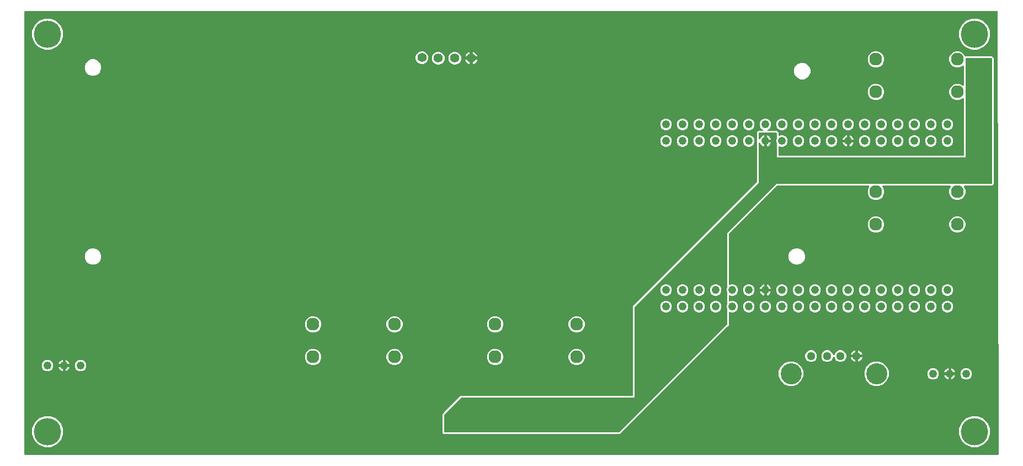
<source format=gbr>
G04 EAGLE Gerber RS-274X export*
G75*
%MOMM*%
%FSLAX34Y34*%
%LPD*%
%INCopper Layer 15*%
%IPPOS*%
%AMOC8*
5,1,8,0,0,1.08239X$1,22.5*%
G01*
%ADD10C,1.422400*%
%ADD11C,1.244600*%
%ADD12C,1.960000*%
%ADD13C,1.280163*%
%ADD14C,3.235963*%
%ADD15C,4.191000*%
%ADD16C,0.609600*%

G36*
X1496302Y2556D02*
X1496302Y2556D01*
X1496422Y2564D01*
X1496459Y2576D01*
X1496498Y2581D01*
X1496609Y2625D01*
X1496724Y2662D01*
X1496757Y2683D01*
X1496793Y2698D01*
X1496891Y2768D01*
X1496992Y2833D01*
X1497019Y2861D01*
X1497051Y2884D01*
X1497128Y2977D01*
X1497210Y3065D01*
X1497229Y3099D01*
X1497254Y3129D01*
X1497305Y3238D01*
X1497363Y3344D01*
X1497373Y3382D01*
X1497389Y3417D01*
X1497412Y3535D01*
X1497442Y3652D01*
X1497445Y3710D01*
X1497449Y3729D01*
X1497448Y3750D01*
X1497451Y3813D01*
X1496067Y681993D01*
X1496052Y682109D01*
X1496045Y682227D01*
X1496032Y682267D01*
X1496027Y682308D01*
X1495983Y682417D01*
X1495947Y682529D01*
X1495924Y682565D01*
X1495909Y682604D01*
X1495840Y682699D01*
X1495777Y682798D01*
X1495746Y682827D01*
X1495722Y682860D01*
X1495631Y682935D01*
X1495545Y683016D01*
X1495508Y683036D01*
X1495476Y683063D01*
X1495370Y683113D01*
X1495266Y683170D01*
X1495226Y683180D01*
X1495188Y683198D01*
X1495072Y683220D01*
X1494958Y683249D01*
X1494896Y683253D01*
X1494876Y683257D01*
X1494856Y683256D01*
X1494798Y683259D01*
X3810Y683259D01*
X3692Y683244D01*
X3573Y683237D01*
X3535Y683224D01*
X3494Y683219D01*
X3384Y683176D01*
X3271Y683139D01*
X3236Y683117D01*
X3199Y683102D01*
X3103Y683033D01*
X3002Y682969D01*
X2974Y682939D01*
X2941Y682916D01*
X2865Y682824D01*
X2784Y682737D01*
X2764Y682702D01*
X2739Y682671D01*
X2688Y682563D01*
X2630Y682459D01*
X2620Y682419D01*
X2603Y682383D01*
X2581Y682266D01*
X2551Y682151D01*
X2547Y682091D01*
X2543Y682071D01*
X2545Y682050D01*
X2541Y681990D01*
X2541Y3810D01*
X2556Y3692D01*
X2563Y3573D01*
X2576Y3535D01*
X2581Y3494D01*
X2624Y3384D01*
X2661Y3271D01*
X2683Y3236D01*
X2698Y3199D01*
X2767Y3103D01*
X2831Y3002D01*
X2861Y2974D01*
X2884Y2941D01*
X2976Y2865D01*
X3063Y2784D01*
X3098Y2764D01*
X3129Y2739D01*
X3237Y2688D01*
X3341Y2630D01*
X3381Y2620D01*
X3417Y2603D01*
X3534Y2581D01*
X3649Y2551D01*
X3709Y2547D01*
X3729Y2543D01*
X3750Y2545D01*
X3810Y2541D01*
X1496182Y2541D01*
X1496302Y2556D01*
G37*
%LPC*%
G36*
X646122Y34289D02*
X646122Y34289D01*
X643889Y36522D01*
X643889Y65078D01*
X646493Y67682D01*
X671522Y92711D01*
X934720Y92711D01*
X934838Y92726D01*
X934957Y92733D01*
X934995Y92746D01*
X935036Y92751D01*
X935146Y92794D01*
X935259Y92831D01*
X935294Y92853D01*
X935331Y92868D01*
X935427Y92937D01*
X935528Y93001D01*
X935556Y93031D01*
X935589Y93054D01*
X935665Y93146D01*
X935746Y93233D01*
X935766Y93268D01*
X935791Y93299D01*
X935842Y93407D01*
X935900Y93511D01*
X935910Y93551D01*
X935927Y93587D01*
X935949Y93704D01*
X935979Y93819D01*
X935983Y93879D01*
X935987Y93899D01*
X935985Y93920D01*
X935989Y93980D01*
X935989Y230178D01*
X1126118Y420307D01*
X1126178Y420385D01*
X1126246Y420457D01*
X1126275Y420510D01*
X1126312Y420558D01*
X1126352Y420649D01*
X1126400Y420736D01*
X1126415Y420794D01*
X1126439Y420850D01*
X1126454Y420948D01*
X1126479Y421044D01*
X1126485Y421144D01*
X1126489Y421164D01*
X1126487Y421176D01*
X1126489Y421204D01*
X1126489Y496878D01*
X1128722Y499111D01*
X1134917Y499111D01*
X1134987Y499119D01*
X1135056Y499118D01*
X1135144Y499139D01*
X1135233Y499151D01*
X1135298Y499176D01*
X1135366Y499193D01*
X1135445Y499235D01*
X1135529Y499268D01*
X1135585Y499309D01*
X1135647Y499341D01*
X1135713Y499402D01*
X1135786Y499454D01*
X1135831Y499508D01*
X1135882Y499555D01*
X1135931Y499630D01*
X1135989Y499699D01*
X1136019Y499763D01*
X1136057Y499821D01*
X1136086Y499906D01*
X1136124Y499987D01*
X1136137Y500056D01*
X1136160Y500122D01*
X1136167Y500211D01*
X1136184Y500299D01*
X1136180Y500369D01*
X1136185Y500439D01*
X1136170Y500527D01*
X1136164Y500617D01*
X1136143Y500683D01*
X1136131Y500752D01*
X1136094Y500834D01*
X1136066Y500919D01*
X1136029Y500978D01*
X1136000Y501042D01*
X1135944Y501112D01*
X1135896Y501188D01*
X1135845Y501236D01*
X1135802Y501290D01*
X1135730Y501344D01*
X1135665Y501406D01*
X1135603Y501440D01*
X1135548Y501482D01*
X1135403Y501553D01*
X1134636Y501870D01*
X1132170Y504336D01*
X1130836Y507557D01*
X1130836Y511043D01*
X1132170Y514264D01*
X1134636Y516730D01*
X1137857Y518064D01*
X1141343Y518064D01*
X1144564Y516730D01*
X1147030Y514264D01*
X1148364Y511043D01*
X1148364Y507557D01*
X1147030Y504336D01*
X1144564Y501870D01*
X1143797Y501553D01*
X1143736Y501518D01*
X1143671Y501492D01*
X1143599Y501440D01*
X1143521Y501395D01*
X1143471Y501347D01*
X1143414Y501306D01*
X1143357Y501236D01*
X1143292Y501174D01*
X1143256Y501114D01*
X1143211Y501061D01*
X1143173Y500979D01*
X1143126Y500903D01*
X1143105Y500836D01*
X1143076Y500773D01*
X1143059Y500685D01*
X1143032Y500599D01*
X1143029Y500529D01*
X1143016Y500460D01*
X1143021Y500371D01*
X1143017Y500281D01*
X1143031Y500213D01*
X1143036Y500143D01*
X1143063Y500058D01*
X1143081Y499970D01*
X1143112Y499907D01*
X1143134Y499841D01*
X1143182Y499765D01*
X1143221Y499684D01*
X1143266Y499631D01*
X1143304Y499572D01*
X1143369Y499510D01*
X1143428Y499442D01*
X1143485Y499402D01*
X1143535Y499354D01*
X1143614Y499311D01*
X1143688Y499259D01*
X1143753Y499234D01*
X1143814Y499200D01*
X1143901Y499178D01*
X1143985Y499146D01*
X1144054Y499138D01*
X1144122Y499121D01*
X1144283Y499111D01*
X1157278Y499111D01*
X1159511Y496878D01*
X1159511Y493012D01*
X1159517Y492962D01*
X1159515Y492913D01*
X1159537Y492805D01*
X1159551Y492696D01*
X1159569Y492650D01*
X1159579Y492601D01*
X1159627Y492503D01*
X1159668Y492400D01*
X1159697Y492360D01*
X1159719Y492316D01*
X1159790Y492232D01*
X1159854Y492143D01*
X1159893Y492111D01*
X1159925Y492074D01*
X1160015Y492010D01*
X1160099Y491940D01*
X1160144Y491919D01*
X1160185Y491890D01*
X1160288Y491851D01*
X1160387Y491805D01*
X1160436Y491795D01*
X1160482Y491778D01*
X1160592Y491766D01*
X1160699Y491745D01*
X1160749Y491748D01*
X1160798Y491742D01*
X1160907Y491758D01*
X1161017Y491765D01*
X1161064Y491780D01*
X1161113Y491787D01*
X1161266Y491839D01*
X1163257Y492664D01*
X1166743Y492664D01*
X1169964Y491330D01*
X1172430Y488864D01*
X1173764Y485643D01*
X1173764Y482157D01*
X1172430Y478936D01*
X1169964Y476470D01*
X1166743Y475136D01*
X1163257Y475136D01*
X1161266Y475961D01*
X1161218Y475974D01*
X1161173Y475995D01*
X1161065Y476016D01*
X1160959Y476045D01*
X1160909Y476046D01*
X1160860Y476055D01*
X1160751Y476048D01*
X1160641Y476050D01*
X1160593Y476038D01*
X1160543Y476035D01*
X1160439Y476002D01*
X1160332Y475976D01*
X1160288Y475953D01*
X1160241Y475937D01*
X1160148Y475879D01*
X1160051Y475827D01*
X1160014Y475794D01*
X1159972Y475767D01*
X1159897Y475687D01*
X1159815Y475613D01*
X1159788Y475572D01*
X1159754Y475536D01*
X1159701Y475439D01*
X1159641Y475348D01*
X1159624Y475300D01*
X1159600Y475257D01*
X1159573Y475151D01*
X1159537Y475047D01*
X1159533Y474997D01*
X1159521Y474949D01*
X1159511Y474788D01*
X1159511Y462280D01*
X1159526Y462162D01*
X1159533Y462043D01*
X1159546Y462005D01*
X1159551Y461964D01*
X1159594Y461854D01*
X1159631Y461741D01*
X1159653Y461706D01*
X1159668Y461669D01*
X1159737Y461573D01*
X1159801Y461472D01*
X1159831Y461444D01*
X1159854Y461411D01*
X1159946Y461335D01*
X1160033Y461254D01*
X1160068Y461234D01*
X1160099Y461209D01*
X1160207Y461158D01*
X1160311Y461100D01*
X1160351Y461090D01*
X1160387Y461073D01*
X1160504Y461051D01*
X1160619Y461021D01*
X1160679Y461017D01*
X1160699Y461013D01*
X1160720Y461015D01*
X1160780Y461011D01*
X1442720Y461011D01*
X1442838Y461026D01*
X1442957Y461033D01*
X1442995Y461046D01*
X1443036Y461051D01*
X1443146Y461094D01*
X1443259Y461131D01*
X1443294Y461153D01*
X1443331Y461168D01*
X1443427Y461237D01*
X1443528Y461301D01*
X1443556Y461331D01*
X1443589Y461354D01*
X1443665Y461446D01*
X1443746Y461533D01*
X1443766Y461568D01*
X1443791Y461599D01*
X1443842Y461707D01*
X1443900Y461811D01*
X1443910Y461851D01*
X1443927Y461887D01*
X1443949Y462004D01*
X1443979Y462119D01*
X1443983Y462179D01*
X1443987Y462199D01*
X1443985Y462220D01*
X1443989Y462280D01*
X1443989Y548573D01*
X1443972Y548711D01*
X1443959Y548849D01*
X1443952Y548868D01*
X1443949Y548888D01*
X1443898Y549017D01*
X1443851Y549148D01*
X1443840Y549165D01*
X1443832Y549184D01*
X1443751Y549296D01*
X1443673Y549411D01*
X1443657Y549425D01*
X1443646Y549441D01*
X1443538Y549530D01*
X1443434Y549622D01*
X1443416Y549631D01*
X1443401Y549644D01*
X1443275Y549703D01*
X1443151Y549766D01*
X1443131Y549771D01*
X1443113Y549780D01*
X1442976Y549806D01*
X1442841Y549836D01*
X1442820Y549835D01*
X1442801Y549839D01*
X1442662Y549831D01*
X1442523Y549826D01*
X1442503Y549821D01*
X1442483Y549820D01*
X1442351Y549777D01*
X1442217Y549738D01*
X1442200Y549728D01*
X1442181Y549722D01*
X1442063Y549647D01*
X1441943Y549576D01*
X1441922Y549558D01*
X1441912Y549551D01*
X1441898Y549536D01*
X1441823Y549470D01*
X1441090Y548738D01*
X1436555Y546859D01*
X1431645Y546859D01*
X1427110Y548738D01*
X1423638Y552210D01*
X1421759Y556745D01*
X1421759Y561655D01*
X1423638Y566190D01*
X1427110Y569662D01*
X1431645Y571541D01*
X1436555Y571541D01*
X1441090Y569662D01*
X1441823Y568930D01*
X1441932Y568845D01*
X1442039Y568756D01*
X1442058Y568747D01*
X1442074Y568735D01*
X1442202Y568680D01*
X1442327Y568620D01*
X1442347Y568617D01*
X1442366Y568609D01*
X1442504Y568587D01*
X1442640Y568561D01*
X1442660Y568562D01*
X1442680Y568559D01*
X1442819Y568572D01*
X1442957Y568580D01*
X1442976Y568587D01*
X1442996Y568589D01*
X1443128Y568636D01*
X1443259Y568678D01*
X1443277Y568689D01*
X1443296Y568696D01*
X1443411Y568774D01*
X1443528Y568849D01*
X1443542Y568863D01*
X1443559Y568875D01*
X1443651Y568979D01*
X1443746Y569080D01*
X1443756Y569098D01*
X1443769Y569113D01*
X1443832Y569237D01*
X1443900Y569359D01*
X1443905Y569378D01*
X1443914Y569396D01*
X1443944Y569532D01*
X1443979Y569667D01*
X1443981Y569695D01*
X1443984Y569707D01*
X1443983Y569727D01*
X1443989Y569827D01*
X1443989Y598573D01*
X1443972Y598711D01*
X1443959Y598849D01*
X1443952Y598868D01*
X1443949Y598888D01*
X1443898Y599017D01*
X1443851Y599148D01*
X1443840Y599165D01*
X1443832Y599184D01*
X1443751Y599296D01*
X1443673Y599411D01*
X1443657Y599425D01*
X1443646Y599441D01*
X1443538Y599530D01*
X1443434Y599622D01*
X1443416Y599631D01*
X1443401Y599644D01*
X1443275Y599703D01*
X1443151Y599766D01*
X1443131Y599771D01*
X1443113Y599780D01*
X1442976Y599806D01*
X1442841Y599836D01*
X1442820Y599835D01*
X1442801Y599839D01*
X1442662Y599831D01*
X1442523Y599826D01*
X1442503Y599821D01*
X1442483Y599820D01*
X1442351Y599777D01*
X1442217Y599738D01*
X1442200Y599728D01*
X1442181Y599722D01*
X1442063Y599647D01*
X1441943Y599576D01*
X1441922Y599558D01*
X1441912Y599551D01*
X1441898Y599536D01*
X1441823Y599470D01*
X1441090Y598738D01*
X1436555Y596859D01*
X1431645Y596859D01*
X1427110Y598738D01*
X1423638Y602210D01*
X1421759Y606745D01*
X1421759Y611655D01*
X1423638Y616190D01*
X1427110Y619662D01*
X1431645Y621541D01*
X1436555Y621541D01*
X1441090Y619662D01*
X1444562Y616190D01*
X1445389Y614194D01*
X1445403Y614169D01*
X1445413Y614141D01*
X1445482Y614031D01*
X1445546Y613918D01*
X1445567Y613897D01*
X1445583Y613872D01*
X1445677Y613783D01*
X1445768Y613690D01*
X1445793Y613674D01*
X1445814Y613654D01*
X1445928Y613591D01*
X1446039Y613523D01*
X1446067Y613515D01*
X1446093Y613500D01*
X1446219Y613468D01*
X1446343Y613430D01*
X1446372Y613428D01*
X1446401Y613421D01*
X1446561Y613411D01*
X1487478Y613411D01*
X1489711Y611178D01*
X1489711Y417522D01*
X1487478Y415289D01*
X1445327Y415289D01*
X1445189Y415272D01*
X1445051Y415259D01*
X1445032Y415252D01*
X1445012Y415249D01*
X1444883Y415198D01*
X1444752Y415151D01*
X1444735Y415140D01*
X1444716Y415132D01*
X1444604Y415051D01*
X1444489Y414973D01*
X1444475Y414957D01*
X1444459Y414946D01*
X1444370Y414838D01*
X1444278Y414734D01*
X1444269Y414716D01*
X1444256Y414701D01*
X1444197Y414575D01*
X1444134Y414451D01*
X1444129Y414431D01*
X1444120Y414413D01*
X1444094Y414277D01*
X1444064Y414141D01*
X1444065Y414120D01*
X1444061Y414101D01*
X1444069Y413962D01*
X1444074Y413823D01*
X1444079Y413803D01*
X1444080Y413783D01*
X1444123Y413651D01*
X1444162Y413517D01*
X1444172Y413500D01*
X1444178Y413481D01*
X1444253Y413363D01*
X1444324Y413243D01*
X1444342Y413222D01*
X1444349Y413212D01*
X1444364Y413198D01*
X1444430Y413122D01*
X1444562Y412990D01*
X1446441Y408455D01*
X1446441Y403545D01*
X1444562Y399010D01*
X1441090Y395538D01*
X1436555Y393659D01*
X1431645Y393659D01*
X1427110Y395538D01*
X1423638Y399010D01*
X1421759Y403545D01*
X1421759Y408455D01*
X1423638Y412990D01*
X1423770Y413122D01*
X1423855Y413232D01*
X1423944Y413339D01*
X1423953Y413358D01*
X1423965Y413374D01*
X1424020Y413502D01*
X1424080Y413627D01*
X1424083Y413647D01*
X1424091Y413666D01*
X1424113Y413803D01*
X1424139Y413940D01*
X1424138Y413960D01*
X1424141Y413980D01*
X1424128Y414118D01*
X1424120Y414257D01*
X1424113Y414276D01*
X1424111Y414296D01*
X1424064Y414427D01*
X1424022Y414559D01*
X1424011Y414577D01*
X1424004Y414596D01*
X1423926Y414711D01*
X1423851Y414828D01*
X1423837Y414842D01*
X1423825Y414859D01*
X1423721Y414951D01*
X1423620Y415046D01*
X1423602Y415056D01*
X1423587Y415069D01*
X1423463Y415132D01*
X1423341Y415200D01*
X1423322Y415205D01*
X1423304Y415214D01*
X1423168Y415244D01*
X1423033Y415279D01*
X1423005Y415281D01*
X1422993Y415284D01*
X1422973Y415283D01*
X1422873Y415289D01*
X1320327Y415289D01*
X1320189Y415272D01*
X1320051Y415259D01*
X1320032Y415252D01*
X1320012Y415249D01*
X1319883Y415198D01*
X1319752Y415151D01*
X1319735Y415140D01*
X1319716Y415132D01*
X1319604Y415051D01*
X1319489Y414973D01*
X1319475Y414957D01*
X1319459Y414946D01*
X1319370Y414838D01*
X1319278Y414734D01*
X1319269Y414716D01*
X1319256Y414701D01*
X1319197Y414575D01*
X1319134Y414451D01*
X1319129Y414431D01*
X1319120Y414413D01*
X1319094Y414277D01*
X1319064Y414141D01*
X1319065Y414120D01*
X1319061Y414101D01*
X1319069Y413962D01*
X1319074Y413823D01*
X1319079Y413803D01*
X1319080Y413783D01*
X1319123Y413651D01*
X1319162Y413517D01*
X1319172Y413500D01*
X1319178Y413481D01*
X1319253Y413363D01*
X1319324Y413243D01*
X1319342Y413222D01*
X1319349Y413212D01*
X1319364Y413198D01*
X1319430Y413122D01*
X1319562Y412990D01*
X1321441Y408455D01*
X1321441Y403545D01*
X1319562Y399010D01*
X1316090Y395538D01*
X1311555Y393659D01*
X1306645Y393659D01*
X1302110Y395538D01*
X1298638Y399010D01*
X1296759Y403545D01*
X1296759Y408455D01*
X1298638Y412990D01*
X1298770Y413122D01*
X1298855Y413232D01*
X1298944Y413339D01*
X1298953Y413358D01*
X1298965Y413374D01*
X1299020Y413502D01*
X1299080Y413627D01*
X1299083Y413647D01*
X1299091Y413666D01*
X1299113Y413803D01*
X1299139Y413940D01*
X1299138Y413960D01*
X1299141Y413980D01*
X1299128Y414118D01*
X1299120Y414257D01*
X1299113Y414276D01*
X1299111Y414296D01*
X1299064Y414427D01*
X1299022Y414559D01*
X1299011Y414577D01*
X1299004Y414596D01*
X1298926Y414711D01*
X1298851Y414828D01*
X1298837Y414842D01*
X1298825Y414859D01*
X1298721Y414951D01*
X1298620Y415046D01*
X1298602Y415056D01*
X1298587Y415069D01*
X1298463Y415132D01*
X1298341Y415200D01*
X1298322Y415205D01*
X1298304Y415214D01*
X1298168Y415244D01*
X1298033Y415279D01*
X1298005Y415281D01*
X1297993Y415284D01*
X1297973Y415283D01*
X1297873Y415289D01*
X1157804Y415289D01*
X1157706Y415277D01*
X1157607Y415274D01*
X1157549Y415257D01*
X1157489Y415249D01*
X1157397Y415213D01*
X1157301Y415185D01*
X1157249Y415155D01*
X1157193Y415132D01*
X1157113Y415074D01*
X1157028Y415024D01*
X1156952Y414958D01*
X1156936Y414946D01*
X1156928Y414936D01*
X1156907Y414918D01*
X1083682Y341693D01*
X1083622Y341615D01*
X1083554Y341543D01*
X1083525Y341490D01*
X1083488Y341442D01*
X1083448Y341351D01*
X1083400Y341264D01*
X1083385Y341206D01*
X1083361Y341150D01*
X1083346Y341052D01*
X1083321Y340956D01*
X1083315Y340856D01*
X1083311Y340836D01*
X1083313Y340824D01*
X1083311Y340796D01*
X1083311Y264412D01*
X1083317Y264362D01*
X1083315Y264313D01*
X1083337Y264205D01*
X1083351Y264096D01*
X1083369Y264050D01*
X1083379Y264001D01*
X1083427Y263903D01*
X1083468Y263800D01*
X1083497Y263760D01*
X1083519Y263716D01*
X1083590Y263632D01*
X1083654Y263543D01*
X1083693Y263511D01*
X1083725Y263474D01*
X1083815Y263410D01*
X1083899Y263340D01*
X1083944Y263319D01*
X1083985Y263290D01*
X1084088Y263251D01*
X1084187Y263205D01*
X1084236Y263195D01*
X1084282Y263178D01*
X1084392Y263166D01*
X1084499Y263145D01*
X1084549Y263148D01*
X1084598Y263142D01*
X1084707Y263158D01*
X1084817Y263165D01*
X1084864Y263180D01*
X1084913Y263187D01*
X1085066Y263239D01*
X1087057Y264064D01*
X1090543Y264064D01*
X1093764Y262730D01*
X1096230Y260264D01*
X1097564Y257043D01*
X1097564Y253557D01*
X1096230Y250336D01*
X1093764Y247870D01*
X1090543Y246536D01*
X1087057Y246536D01*
X1085066Y247361D01*
X1085018Y247374D01*
X1084973Y247395D01*
X1084865Y247416D01*
X1084759Y247445D01*
X1084709Y247446D01*
X1084660Y247455D01*
X1084551Y247448D01*
X1084441Y247450D01*
X1084393Y247438D01*
X1084343Y247435D01*
X1084239Y247402D01*
X1084132Y247376D01*
X1084088Y247353D01*
X1084041Y247337D01*
X1083948Y247279D01*
X1083851Y247227D01*
X1083814Y247194D01*
X1083772Y247167D01*
X1083697Y247087D01*
X1083615Y247013D01*
X1083588Y246972D01*
X1083554Y246936D01*
X1083501Y246839D01*
X1083441Y246748D01*
X1083424Y246700D01*
X1083400Y246657D01*
X1083373Y246551D01*
X1083337Y246447D01*
X1083333Y246397D01*
X1083321Y246349D01*
X1083311Y246188D01*
X1083311Y239012D01*
X1083317Y238962D01*
X1083315Y238913D01*
X1083337Y238805D01*
X1083351Y238696D01*
X1083369Y238650D01*
X1083379Y238601D01*
X1083427Y238503D01*
X1083468Y238400D01*
X1083497Y238360D01*
X1083519Y238316D01*
X1083590Y238232D01*
X1083654Y238143D01*
X1083693Y238111D01*
X1083725Y238074D01*
X1083815Y238010D01*
X1083899Y237940D01*
X1083944Y237919D01*
X1083985Y237890D01*
X1084088Y237851D01*
X1084187Y237805D01*
X1084236Y237795D01*
X1084282Y237778D01*
X1084392Y237766D01*
X1084499Y237745D01*
X1084549Y237748D01*
X1084598Y237742D01*
X1084707Y237758D01*
X1084817Y237765D01*
X1084864Y237780D01*
X1084913Y237787D01*
X1085066Y237839D01*
X1087057Y238664D01*
X1090543Y238664D01*
X1093764Y237330D01*
X1096230Y234864D01*
X1097564Y231643D01*
X1097564Y228157D01*
X1096230Y224936D01*
X1093764Y222470D01*
X1090543Y221136D01*
X1087057Y221136D01*
X1085066Y221961D01*
X1085018Y221974D01*
X1084973Y221995D01*
X1084865Y222016D01*
X1084759Y222045D01*
X1084709Y222046D01*
X1084660Y222055D01*
X1084551Y222048D01*
X1084441Y222050D01*
X1084393Y222038D01*
X1084343Y222035D01*
X1084239Y222002D01*
X1084132Y221976D01*
X1084088Y221953D01*
X1084041Y221937D01*
X1083948Y221879D01*
X1083851Y221827D01*
X1083814Y221794D01*
X1083772Y221767D01*
X1083697Y221687D01*
X1083615Y221613D01*
X1083588Y221572D01*
X1083554Y221536D01*
X1083501Y221439D01*
X1083441Y221348D01*
X1083424Y221300D01*
X1083400Y221257D01*
X1083373Y221151D01*
X1083337Y221047D01*
X1083333Y220997D01*
X1083321Y220949D01*
X1083311Y220788D01*
X1083311Y201622D01*
X1080707Y199018D01*
X918582Y36893D01*
X915978Y34289D01*
X646122Y34289D01*
G37*
%LPD*%
G36*
X914498Y36843D02*
X914498Y36843D01*
X914597Y36846D01*
X914655Y36863D01*
X914716Y36871D01*
X914808Y36907D01*
X914903Y36935D01*
X914955Y36965D01*
X915011Y36988D01*
X915091Y37046D01*
X915177Y37096D01*
X915252Y37162D01*
X915269Y37174D01*
X915276Y37184D01*
X915298Y37203D01*
X1080398Y202303D01*
X1080458Y202381D01*
X1080526Y202453D01*
X1080555Y202506D01*
X1080592Y202554D01*
X1080632Y202645D01*
X1080680Y202731D01*
X1080695Y202790D01*
X1080719Y202846D01*
X1080734Y202944D01*
X1080759Y203039D01*
X1080765Y203139D01*
X1080769Y203160D01*
X1080767Y203172D01*
X1080769Y203200D01*
X1080769Y226135D01*
X1080768Y226144D01*
X1080769Y226153D01*
X1080748Y226302D01*
X1080729Y226450D01*
X1080726Y226459D01*
X1080725Y226468D01*
X1080673Y226621D01*
X1080036Y228157D01*
X1080036Y231643D01*
X1080673Y233179D01*
X1080675Y233188D01*
X1080680Y233197D01*
X1080717Y233341D01*
X1080757Y233486D01*
X1080757Y233496D01*
X1080759Y233505D01*
X1080769Y233665D01*
X1080769Y251535D01*
X1080768Y251544D01*
X1080769Y251553D01*
X1080748Y251702D01*
X1080729Y251850D01*
X1080726Y251859D01*
X1080725Y251868D01*
X1080673Y252021D01*
X1080036Y253557D01*
X1080036Y257043D01*
X1080673Y258579D01*
X1080675Y258588D01*
X1080680Y258597D01*
X1080717Y258741D01*
X1080757Y258886D01*
X1080757Y258896D01*
X1080759Y258905D01*
X1080769Y259065D01*
X1080769Y342374D01*
X1156226Y417831D01*
X1305162Y417831D01*
X1305171Y417832D01*
X1305180Y417831D01*
X1305329Y417852D01*
X1305477Y417871D01*
X1305486Y417874D01*
X1305495Y417875D01*
X1305647Y417927D01*
X1306645Y418341D01*
X1311555Y418341D01*
X1312553Y417927D01*
X1312562Y417925D01*
X1312570Y417920D01*
X1312715Y417883D01*
X1312859Y417843D01*
X1312869Y417843D01*
X1312878Y417841D01*
X1313038Y417831D01*
X1430162Y417831D01*
X1430171Y417832D01*
X1430180Y417831D01*
X1430329Y417852D01*
X1430477Y417871D01*
X1430486Y417874D01*
X1430495Y417875D01*
X1430647Y417927D01*
X1431645Y418341D01*
X1436555Y418341D01*
X1437553Y417927D01*
X1437562Y417925D01*
X1437570Y417920D01*
X1437715Y417883D01*
X1437859Y417843D01*
X1437869Y417843D01*
X1437878Y417841D01*
X1438038Y417831D01*
X1485900Y417831D01*
X1486018Y417846D01*
X1486137Y417853D01*
X1486175Y417866D01*
X1486216Y417871D01*
X1486326Y417914D01*
X1486439Y417951D01*
X1486474Y417973D01*
X1486511Y417988D01*
X1486607Y418058D01*
X1486708Y418121D01*
X1486736Y418151D01*
X1486769Y418174D01*
X1486845Y418266D01*
X1486926Y418353D01*
X1486946Y418388D01*
X1486971Y418419D01*
X1487022Y418527D01*
X1487080Y418631D01*
X1487090Y418671D01*
X1487107Y418707D01*
X1487129Y418824D01*
X1487159Y418939D01*
X1487163Y419000D01*
X1487167Y419020D01*
X1487165Y419040D01*
X1487169Y419100D01*
X1487169Y609600D01*
X1487154Y609718D01*
X1487147Y609837D01*
X1487134Y609875D01*
X1487129Y609916D01*
X1487086Y610026D01*
X1487049Y610139D01*
X1487027Y610174D01*
X1487012Y610211D01*
X1486943Y610307D01*
X1486879Y610408D01*
X1486849Y610436D01*
X1486826Y610469D01*
X1486734Y610545D01*
X1486647Y610626D01*
X1486612Y610646D01*
X1486581Y610671D01*
X1486473Y610722D01*
X1486369Y610780D01*
X1486329Y610790D01*
X1486293Y610807D01*
X1486176Y610829D01*
X1486061Y610859D01*
X1486001Y610863D01*
X1485981Y610867D01*
X1485960Y610865D01*
X1485900Y610869D01*
X1447800Y610869D01*
X1447682Y610854D01*
X1447563Y610847D01*
X1447525Y610834D01*
X1447484Y610829D01*
X1447374Y610786D01*
X1447261Y610749D01*
X1447226Y610727D01*
X1447189Y610712D01*
X1447093Y610643D01*
X1446992Y610579D01*
X1446964Y610549D01*
X1446931Y610526D01*
X1446856Y610434D01*
X1446774Y610347D01*
X1446754Y610312D01*
X1446729Y610281D01*
X1446678Y610173D01*
X1446620Y610069D01*
X1446610Y610029D01*
X1446593Y609993D01*
X1446571Y609876D01*
X1446541Y609761D01*
X1446537Y609701D01*
X1446533Y609681D01*
X1446535Y609660D01*
X1446531Y609600D01*
X1446531Y458469D01*
X1156969Y458469D01*
X1156969Y480135D01*
X1156968Y480144D01*
X1156969Y480153D01*
X1156948Y480302D01*
X1156929Y480450D01*
X1156926Y480459D01*
X1156925Y480468D01*
X1156873Y480621D01*
X1156236Y482157D01*
X1156236Y485643D01*
X1156873Y487179D01*
X1156875Y487188D01*
X1156880Y487197D01*
X1156917Y487341D01*
X1156957Y487486D01*
X1156957Y487496D01*
X1156959Y487505D01*
X1156969Y487665D01*
X1156969Y495300D01*
X1156954Y495418D01*
X1156947Y495537D01*
X1156934Y495575D01*
X1156929Y495616D01*
X1156886Y495726D01*
X1156849Y495839D01*
X1156827Y495874D01*
X1156812Y495911D01*
X1156743Y496007D01*
X1156679Y496108D01*
X1156649Y496136D01*
X1156626Y496169D01*
X1156534Y496245D01*
X1156447Y496326D01*
X1156412Y496346D01*
X1156381Y496371D01*
X1156273Y496422D01*
X1156169Y496480D01*
X1156129Y496490D01*
X1156093Y496507D01*
X1155976Y496529D01*
X1155861Y496559D01*
X1155801Y496563D01*
X1155781Y496567D01*
X1155760Y496565D01*
X1155700Y496569D01*
X1130300Y496569D01*
X1130182Y496554D01*
X1130063Y496547D01*
X1130025Y496534D01*
X1129984Y496529D01*
X1129874Y496486D01*
X1129761Y496449D01*
X1129726Y496427D01*
X1129689Y496412D01*
X1129593Y496343D01*
X1129492Y496279D01*
X1129464Y496249D01*
X1129431Y496226D01*
X1129356Y496134D01*
X1129274Y496047D01*
X1129254Y496012D01*
X1129229Y495981D01*
X1129178Y495873D01*
X1129120Y495769D01*
X1129110Y495729D01*
X1129093Y495693D01*
X1129071Y495576D01*
X1129041Y495461D01*
X1129037Y495401D01*
X1129033Y495381D01*
X1129035Y495360D01*
X1129031Y495300D01*
X1129031Y487665D01*
X1129040Y487596D01*
X1129038Y487526D01*
X1129059Y487439D01*
X1129071Y487350D01*
X1129096Y487285D01*
X1129113Y487217D01*
X1129155Y487137D01*
X1129188Y487054D01*
X1129229Y486998D01*
X1129261Y486936D01*
X1129322Y486869D01*
X1129374Y486797D01*
X1129428Y486752D01*
X1129475Y486700D01*
X1129550Y486651D01*
X1129619Y486594D01*
X1129683Y486564D01*
X1129741Y486526D01*
X1129826Y486497D01*
X1129907Y486458D01*
X1129976Y486445D01*
X1130042Y486423D01*
X1130131Y486415D01*
X1130220Y486399D01*
X1130289Y486403D01*
X1130359Y486397D01*
X1130447Y486413D01*
X1130537Y486418D01*
X1130603Y486440D01*
X1130672Y486452D01*
X1130754Y486489D01*
X1130839Y486516D01*
X1130899Y486554D01*
X1130962Y486582D01*
X1131032Y486638D01*
X1131108Y486686D01*
X1131156Y486737D01*
X1131211Y486781D01*
X1131265Y486853D01*
X1131326Y486918D01*
X1131360Y486979D01*
X1131402Y487035D01*
X1131473Y487180D01*
X1131834Y488051D01*
X1132793Y489487D01*
X1134013Y490707D01*
X1135449Y491666D01*
X1137044Y492327D01*
X1137378Y492393D01*
X1137378Y484853D01*
X1137393Y484734D01*
X1137401Y484616D01*
X1137413Y484577D01*
X1137418Y484537D01*
X1137462Y484426D01*
X1137499Y484313D01*
X1137520Y484279D01*
X1137535Y484241D01*
X1137605Y484145D01*
X1137669Y484045D01*
X1137698Y484017D01*
X1137722Y483984D01*
X1137814Y483908D01*
X1137818Y483904D01*
X1137812Y483897D01*
X1137779Y483873D01*
X1137703Y483781D01*
X1137621Y483694D01*
X1137602Y483659D01*
X1137576Y483628D01*
X1137525Y483520D01*
X1137468Y483416D01*
X1137458Y483377D01*
X1137441Y483340D01*
X1137418Y483223D01*
X1137388Y483108D01*
X1137385Y483048D01*
X1137381Y483028D01*
X1137382Y483007D01*
X1137378Y482947D01*
X1137378Y475407D01*
X1137044Y475473D01*
X1135449Y476134D01*
X1134013Y477093D01*
X1132793Y478313D01*
X1131834Y479749D01*
X1131473Y480620D01*
X1131438Y480681D01*
X1131412Y480746D01*
X1131360Y480819D01*
X1131315Y480897D01*
X1131267Y480947D01*
X1131226Y481003D01*
X1131156Y481061D01*
X1131094Y481125D01*
X1131034Y481162D01*
X1130981Y481206D01*
X1130899Y481244D01*
X1130823Y481291D01*
X1130756Y481312D01*
X1130693Y481342D01*
X1130605Y481359D01*
X1130519Y481385D01*
X1130449Y481388D01*
X1130381Y481401D01*
X1130291Y481396D01*
X1130201Y481400D01*
X1130133Y481386D01*
X1130063Y481382D01*
X1129978Y481354D01*
X1129890Y481336D01*
X1129827Y481305D01*
X1129761Y481284D01*
X1129685Y481236D01*
X1129604Y481196D01*
X1129551Y481151D01*
X1129492Y481114D01*
X1129430Y481048D01*
X1129362Y480990D01*
X1129322Y480933D01*
X1129274Y480882D01*
X1129231Y480803D01*
X1129179Y480730D01*
X1129154Y480665D01*
X1129120Y480603D01*
X1129098Y480516D01*
X1129066Y480432D01*
X1129058Y480363D01*
X1129041Y480295D01*
X1129031Y480135D01*
X1129031Y419626D01*
X938903Y229498D01*
X938842Y229419D01*
X938774Y229347D01*
X938745Y229294D01*
X938708Y229246D01*
X938668Y229155D01*
X938620Y229069D01*
X938605Y229010D01*
X938581Y228954D01*
X938566Y228856D01*
X938541Y228761D01*
X938535Y228661D01*
X938531Y228640D01*
X938533Y228628D01*
X938531Y228600D01*
X938531Y90169D01*
X673100Y90169D01*
X673002Y90157D01*
X672903Y90154D01*
X672845Y90137D01*
X672784Y90129D01*
X672692Y90093D01*
X672597Y90065D01*
X672545Y90035D01*
X672489Y90012D01*
X672409Y89954D01*
X672323Y89904D01*
X672248Y89838D01*
X672231Y89826D01*
X672224Y89816D01*
X672203Y89798D01*
X646803Y64398D01*
X646742Y64319D01*
X646674Y64247D01*
X646645Y64194D01*
X646608Y64146D01*
X646568Y64055D01*
X646520Y63969D01*
X646505Y63910D01*
X646481Y63854D01*
X646466Y63756D01*
X646441Y63661D01*
X646436Y63578D01*
X646433Y63566D01*
X646434Y63556D01*
X646431Y63540D01*
X646433Y63528D01*
X646431Y63500D01*
X646431Y38100D01*
X646446Y37982D01*
X646453Y37863D01*
X646466Y37825D01*
X646471Y37784D01*
X646514Y37674D01*
X646551Y37561D01*
X646573Y37526D01*
X646588Y37489D01*
X646658Y37393D01*
X646721Y37292D01*
X646751Y37264D01*
X646774Y37231D01*
X646866Y37156D01*
X646953Y37074D01*
X646988Y37054D01*
X647019Y37029D01*
X647127Y36978D01*
X647231Y36920D01*
X647271Y36910D01*
X647307Y36893D01*
X647424Y36871D01*
X647539Y36841D01*
X647600Y36837D01*
X647620Y36833D01*
X647640Y36835D01*
X647700Y36831D01*
X914400Y36831D01*
X914498Y36843D01*
G37*
%LPC*%
G36*
X1455826Y624204D02*
X1455826Y624204D01*
X1447191Y627781D01*
X1440581Y634391D01*
X1437004Y643026D01*
X1437004Y652374D01*
X1440581Y661009D01*
X1447191Y667619D01*
X1455826Y671196D01*
X1465174Y671196D01*
X1473809Y667619D01*
X1480419Y661009D01*
X1483996Y652374D01*
X1483996Y643026D01*
X1480419Y634391D01*
X1473809Y627781D01*
X1465174Y624204D01*
X1455826Y624204D01*
G37*
%LPD*%
%LPC*%
G36*
X33426Y624204D02*
X33426Y624204D01*
X24791Y627781D01*
X18181Y634391D01*
X14604Y643026D01*
X14604Y652374D01*
X18181Y661009D01*
X24791Y667619D01*
X33426Y671196D01*
X42774Y671196D01*
X51409Y667619D01*
X58019Y661009D01*
X61596Y652374D01*
X61596Y643026D01*
X58019Y634391D01*
X51409Y627781D01*
X42774Y624204D01*
X33426Y624204D01*
G37*
%LPD*%
%LPC*%
G36*
X1455826Y14604D02*
X1455826Y14604D01*
X1447191Y18181D01*
X1440581Y24791D01*
X1437004Y33426D01*
X1437004Y42774D01*
X1440581Y51409D01*
X1447191Y58019D01*
X1455826Y61596D01*
X1465174Y61596D01*
X1473809Y58019D01*
X1480419Y51409D01*
X1483996Y42774D01*
X1483996Y33426D01*
X1480419Y24791D01*
X1473809Y18181D01*
X1465174Y14604D01*
X1455826Y14604D01*
G37*
%LPD*%
%LPC*%
G36*
X33426Y14604D02*
X33426Y14604D01*
X24791Y18181D01*
X18181Y24791D01*
X14604Y33426D01*
X14604Y42774D01*
X18181Y51409D01*
X24791Y58019D01*
X33426Y61596D01*
X42774Y61596D01*
X51409Y58019D01*
X58019Y51409D01*
X61596Y42774D01*
X61596Y33426D01*
X58019Y24791D01*
X51409Y18181D01*
X42774Y14604D01*
X33426Y14604D01*
G37*
%LPD*%
%LPC*%
G36*
X1175217Y108279D02*
X1175217Y108279D01*
X1168337Y111129D01*
X1163070Y116396D01*
X1160220Y123276D01*
X1160220Y130724D01*
X1163070Y137604D01*
X1168337Y142871D01*
X1175217Y145721D01*
X1182665Y145721D01*
X1189545Y142871D01*
X1194812Y137604D01*
X1197662Y130724D01*
X1197662Y123276D01*
X1194812Y116396D01*
X1189545Y111129D01*
X1182665Y108279D01*
X1175217Y108279D01*
G37*
%LPD*%
%LPC*%
G36*
X1306535Y108279D02*
X1306535Y108279D01*
X1299655Y111129D01*
X1294388Y116396D01*
X1291538Y123276D01*
X1291538Y130724D01*
X1294388Y137604D01*
X1299655Y142871D01*
X1306535Y145721D01*
X1313983Y145721D01*
X1320863Y142871D01*
X1326130Y137604D01*
X1328980Y130724D01*
X1328980Y123276D01*
X1326130Y116396D01*
X1320863Y111129D01*
X1313983Y108279D01*
X1306535Y108279D01*
G37*
%LPD*%
%LPC*%
G36*
X1232788Y145236D02*
X1232788Y145236D01*
X1229502Y146598D01*
X1226987Y149113D01*
X1225625Y152399D01*
X1225625Y155957D01*
X1226987Y159243D01*
X1229502Y161758D01*
X1232788Y163120D01*
X1236346Y163120D01*
X1239632Y161758D01*
X1242147Y159243D01*
X1243427Y156153D01*
X1243496Y156032D01*
X1243561Y155909D01*
X1243575Y155894D01*
X1243585Y155876D01*
X1243681Y155777D01*
X1243775Y155674D01*
X1243792Y155662D01*
X1243806Y155648D01*
X1243925Y155575D01*
X1244041Y155499D01*
X1244060Y155492D01*
X1244077Y155482D01*
X1244210Y155441D01*
X1244342Y155396D01*
X1244362Y155394D01*
X1244381Y155388D01*
X1244520Y155381D01*
X1244659Y155370D01*
X1244679Y155374D01*
X1244699Y155373D01*
X1244834Y155401D01*
X1244972Y155425D01*
X1244991Y155433D01*
X1245010Y155437D01*
X1245135Y155498D01*
X1245262Y155555D01*
X1245278Y155568D01*
X1245296Y155577D01*
X1245402Y155667D01*
X1245510Y155754D01*
X1245523Y155770D01*
X1245538Y155783D01*
X1245618Y155897D01*
X1245702Y156008D01*
X1245714Y156033D01*
X1245721Y156043D01*
X1245728Y156062D01*
X1245773Y156153D01*
X1247053Y159243D01*
X1249568Y161758D01*
X1252854Y163120D01*
X1256412Y163120D01*
X1259698Y161758D01*
X1262213Y159243D01*
X1263575Y155957D01*
X1263575Y152399D01*
X1262213Y149113D01*
X1259698Y146598D01*
X1256412Y145236D01*
X1252854Y145236D01*
X1249568Y146598D01*
X1247053Y149113D01*
X1245773Y152203D01*
X1245704Y152324D01*
X1245639Y152447D01*
X1245625Y152462D01*
X1245615Y152480D01*
X1245518Y152580D01*
X1245425Y152682D01*
X1245408Y152694D01*
X1245394Y152708D01*
X1245276Y152781D01*
X1245159Y152857D01*
X1245140Y152864D01*
X1245123Y152874D01*
X1244990Y152915D01*
X1244858Y152960D01*
X1244838Y152962D01*
X1244819Y152968D01*
X1244680Y152975D01*
X1244541Y152986D01*
X1244521Y152982D01*
X1244501Y152983D01*
X1244365Y152955D01*
X1244228Y152931D01*
X1244210Y152923D01*
X1244190Y152919D01*
X1244064Y152858D01*
X1243938Y152801D01*
X1243922Y152788D01*
X1243904Y152779D01*
X1243798Y152688D01*
X1243690Y152602D01*
X1243677Y152586D01*
X1243662Y152573D01*
X1243582Y152459D01*
X1243498Y152348D01*
X1243486Y152323D01*
X1243479Y152313D01*
X1243472Y152293D01*
X1243427Y152203D01*
X1242147Y149113D01*
X1239632Y146598D01*
X1236346Y145236D01*
X1232788Y145236D01*
G37*
%LPD*%
%LPC*%
G36*
X1193645Y578459D02*
X1193645Y578459D01*
X1189036Y580368D01*
X1185508Y583896D01*
X1183599Y588505D01*
X1183599Y593495D01*
X1185508Y598104D01*
X1189036Y601632D01*
X1193645Y603541D01*
X1198635Y603541D01*
X1203244Y601632D01*
X1206772Y598104D01*
X1208681Y593495D01*
X1208681Y588505D01*
X1206772Y583896D01*
X1203244Y580368D01*
X1198635Y578459D01*
X1193645Y578459D01*
G37*
%LPD*%
%LPC*%
G36*
X1185205Y294159D02*
X1185205Y294159D01*
X1180596Y296068D01*
X1177068Y299596D01*
X1175159Y304205D01*
X1175159Y309195D01*
X1177068Y313804D01*
X1180596Y317332D01*
X1185205Y319241D01*
X1190195Y319241D01*
X1194804Y317332D01*
X1198332Y313804D01*
X1200241Y309195D01*
X1200241Y304205D01*
X1198332Y299596D01*
X1194804Y296068D01*
X1190195Y294159D01*
X1185205Y294159D01*
G37*
%LPD*%
%LPC*%
G36*
X105205Y584159D02*
X105205Y584159D01*
X100596Y586068D01*
X97068Y589596D01*
X95159Y594205D01*
X95159Y599195D01*
X97068Y603804D01*
X100596Y607332D01*
X105205Y609241D01*
X110195Y609241D01*
X114804Y607332D01*
X118332Y603804D01*
X120241Y599195D01*
X120241Y594205D01*
X118332Y589596D01*
X114804Y586068D01*
X110195Y584159D01*
X105205Y584159D01*
G37*
%LPD*%
%LPC*%
G36*
X105205Y294159D02*
X105205Y294159D01*
X100596Y296068D01*
X97068Y299596D01*
X95159Y304205D01*
X95159Y309195D01*
X97068Y313804D01*
X100596Y317332D01*
X105205Y319241D01*
X110195Y319241D01*
X114804Y317332D01*
X118332Y313804D01*
X120241Y309195D01*
X120241Y304205D01*
X118332Y299596D01*
X114804Y296068D01*
X110195Y294159D01*
X105205Y294159D01*
G37*
%LPD*%
%LPC*%
G36*
X443045Y140459D02*
X443045Y140459D01*
X438510Y142338D01*
X435038Y145810D01*
X433159Y150345D01*
X433159Y155255D01*
X435038Y159790D01*
X438510Y163262D01*
X443045Y165141D01*
X447955Y165141D01*
X452490Y163262D01*
X455962Y159790D01*
X457841Y155255D01*
X457841Y150345D01*
X455962Y145810D01*
X452490Y142338D01*
X447955Y140459D01*
X443045Y140459D01*
G37*
%LPD*%
%LPC*%
G36*
X568045Y190459D02*
X568045Y190459D01*
X563510Y192338D01*
X560038Y195810D01*
X558159Y200345D01*
X558159Y205255D01*
X560038Y209790D01*
X563510Y213262D01*
X568045Y215141D01*
X572955Y215141D01*
X577490Y213262D01*
X580962Y209790D01*
X582841Y205255D01*
X582841Y200345D01*
X580962Y195810D01*
X577490Y192338D01*
X572955Y190459D01*
X568045Y190459D01*
G37*
%LPD*%
%LPC*%
G36*
X1306645Y546859D02*
X1306645Y546859D01*
X1302110Y548738D01*
X1298638Y552210D01*
X1296759Y556745D01*
X1296759Y561655D01*
X1298638Y566190D01*
X1302110Y569662D01*
X1306645Y571541D01*
X1311555Y571541D01*
X1316090Y569662D01*
X1319562Y566190D01*
X1321441Y561655D01*
X1321441Y556745D01*
X1319562Y552210D01*
X1316090Y548738D01*
X1311555Y546859D01*
X1306645Y546859D01*
G37*
%LPD*%
%LPC*%
G36*
X1431645Y343659D02*
X1431645Y343659D01*
X1427110Y345538D01*
X1423638Y349010D01*
X1421759Y353545D01*
X1421759Y358455D01*
X1423638Y362990D01*
X1427110Y366462D01*
X1431645Y368341D01*
X1436555Y368341D01*
X1441090Y366462D01*
X1444562Y362990D01*
X1446441Y358455D01*
X1446441Y353545D01*
X1444562Y349010D01*
X1441090Y345538D01*
X1436555Y343659D01*
X1431645Y343659D01*
G37*
%LPD*%
%LPC*%
G36*
X568045Y140459D02*
X568045Y140459D01*
X563510Y142338D01*
X560038Y145810D01*
X558159Y150345D01*
X558159Y155255D01*
X560038Y159790D01*
X563510Y163262D01*
X568045Y165141D01*
X572955Y165141D01*
X577490Y163262D01*
X580962Y159790D01*
X582841Y155255D01*
X582841Y150345D01*
X580962Y145810D01*
X577490Y142338D01*
X572955Y140459D01*
X568045Y140459D01*
G37*
%LPD*%
%LPC*%
G36*
X722445Y140459D02*
X722445Y140459D01*
X717910Y142338D01*
X714438Y145810D01*
X712559Y150345D01*
X712559Y155255D01*
X714438Y159790D01*
X717910Y163262D01*
X722445Y165141D01*
X727355Y165141D01*
X731890Y163262D01*
X735362Y159790D01*
X737241Y155255D01*
X737241Y150345D01*
X735362Y145810D01*
X731890Y142338D01*
X727355Y140459D01*
X722445Y140459D01*
G37*
%LPD*%
%LPC*%
G36*
X847445Y140459D02*
X847445Y140459D01*
X842910Y142338D01*
X839438Y145810D01*
X837559Y150345D01*
X837559Y155255D01*
X839438Y159790D01*
X842910Y163262D01*
X847445Y165141D01*
X852355Y165141D01*
X856890Y163262D01*
X860362Y159790D01*
X862241Y155255D01*
X862241Y150345D01*
X860362Y145810D01*
X856890Y142338D01*
X852355Y140459D01*
X847445Y140459D01*
G37*
%LPD*%
%LPC*%
G36*
X443045Y190459D02*
X443045Y190459D01*
X438510Y192338D01*
X435038Y195810D01*
X433159Y200345D01*
X433159Y205255D01*
X435038Y209790D01*
X438510Y213262D01*
X443045Y215141D01*
X447955Y215141D01*
X452490Y213262D01*
X455962Y209790D01*
X457841Y205255D01*
X457841Y200345D01*
X455962Y195810D01*
X452490Y192338D01*
X447955Y190459D01*
X443045Y190459D01*
G37*
%LPD*%
%LPC*%
G36*
X1306645Y343659D02*
X1306645Y343659D01*
X1302110Y345538D01*
X1298638Y349010D01*
X1296759Y353545D01*
X1296759Y358455D01*
X1298638Y362990D01*
X1302110Y366462D01*
X1306645Y368341D01*
X1311555Y368341D01*
X1316090Y366462D01*
X1319562Y362990D01*
X1321441Y358455D01*
X1321441Y353545D01*
X1319562Y349010D01*
X1316090Y345538D01*
X1311555Y343659D01*
X1306645Y343659D01*
G37*
%LPD*%
%LPC*%
G36*
X722445Y190459D02*
X722445Y190459D01*
X717910Y192338D01*
X714438Y195810D01*
X712559Y200345D01*
X712559Y205255D01*
X714438Y209790D01*
X717910Y213262D01*
X722445Y215141D01*
X727355Y215141D01*
X731890Y213262D01*
X735362Y209790D01*
X737241Y205255D01*
X737241Y200345D01*
X735362Y195810D01*
X731890Y192338D01*
X727355Y190459D01*
X722445Y190459D01*
G37*
%LPD*%
%LPC*%
G36*
X847445Y190459D02*
X847445Y190459D01*
X842910Y192338D01*
X839438Y195810D01*
X837559Y200345D01*
X837559Y205255D01*
X839438Y209790D01*
X842910Y213262D01*
X847445Y215141D01*
X852355Y215141D01*
X856890Y213262D01*
X860362Y209790D01*
X862241Y205255D01*
X862241Y200345D01*
X860362Y195810D01*
X856890Y192338D01*
X852355Y190459D01*
X847445Y190459D01*
G37*
%LPD*%
%LPC*%
G36*
X1306645Y596859D02*
X1306645Y596859D01*
X1302110Y598738D01*
X1298638Y602210D01*
X1296759Y606745D01*
X1296759Y611655D01*
X1298638Y616190D01*
X1302110Y619662D01*
X1306645Y621541D01*
X1311555Y621541D01*
X1316090Y619662D01*
X1319562Y616190D01*
X1321441Y611655D01*
X1321441Y606745D01*
X1319562Y602210D01*
X1316090Y598738D01*
X1311555Y596859D01*
X1306645Y596859D01*
G37*
%LPD*%
%LPC*%
G36*
X610780Y602047D02*
X610780Y602047D01*
X607232Y603517D01*
X604517Y606232D01*
X603047Y609780D01*
X603047Y613620D01*
X604517Y617168D01*
X607232Y619883D01*
X610780Y621353D01*
X614620Y621353D01*
X618168Y619883D01*
X620883Y617168D01*
X622353Y613620D01*
X622353Y609780D01*
X620883Y606232D01*
X618168Y603517D01*
X614620Y602047D01*
X610780Y602047D01*
G37*
%LPD*%
%LPC*%
G36*
X661020Y601347D02*
X661020Y601347D01*
X657472Y602817D01*
X654757Y605532D01*
X653287Y609080D01*
X653287Y612920D01*
X654757Y616468D01*
X657472Y619183D01*
X661020Y620653D01*
X664860Y620653D01*
X668408Y619183D01*
X671123Y616468D01*
X672593Y612920D01*
X672593Y609080D01*
X671123Y605532D01*
X668408Y602817D01*
X664860Y601347D01*
X661020Y601347D01*
G37*
%LPD*%
%LPC*%
G36*
X635620Y601347D02*
X635620Y601347D01*
X632072Y602817D01*
X629357Y605532D01*
X627887Y609080D01*
X627887Y612920D01*
X629357Y616468D01*
X632072Y619183D01*
X635620Y620653D01*
X639460Y620653D01*
X643008Y619183D01*
X645723Y616468D01*
X647193Y612920D01*
X647193Y609080D01*
X645723Y605532D01*
X643008Y602817D01*
X639460Y601347D01*
X635620Y601347D01*
G37*
%LPD*%
%LPC*%
G36*
X1207896Y145236D02*
X1207896Y145236D01*
X1204610Y146598D01*
X1202095Y149113D01*
X1200733Y152399D01*
X1200733Y155957D01*
X1202095Y159243D01*
X1204610Y161758D01*
X1207896Y163120D01*
X1211454Y163120D01*
X1214740Y161758D01*
X1217255Y159243D01*
X1218617Y155957D01*
X1218617Y152399D01*
X1217255Y149113D01*
X1214740Y146598D01*
X1211454Y145236D01*
X1207896Y145236D01*
G37*
%LPD*%
%LPC*%
G36*
X1061657Y500536D02*
X1061657Y500536D01*
X1058436Y501870D01*
X1055970Y504336D01*
X1054636Y507557D01*
X1054636Y511043D01*
X1055970Y514264D01*
X1058436Y516730D01*
X1061657Y518064D01*
X1065143Y518064D01*
X1068364Y516730D01*
X1070830Y514264D01*
X1072164Y511043D01*
X1072164Y507557D01*
X1070830Y504336D01*
X1068364Y501870D01*
X1065143Y500536D01*
X1061657Y500536D01*
G37*
%LPD*%
%LPC*%
G36*
X1036257Y500536D02*
X1036257Y500536D01*
X1033036Y501870D01*
X1030570Y504336D01*
X1029236Y507557D01*
X1029236Y511043D01*
X1030570Y514264D01*
X1033036Y516730D01*
X1036257Y518064D01*
X1039743Y518064D01*
X1042964Y516730D01*
X1045430Y514264D01*
X1046764Y511043D01*
X1046764Y507557D01*
X1045430Y504336D01*
X1042964Y501870D01*
X1039743Y500536D01*
X1036257Y500536D01*
G37*
%LPD*%
%LPC*%
G36*
X985457Y500536D02*
X985457Y500536D01*
X982236Y501870D01*
X979770Y504336D01*
X978436Y507557D01*
X978436Y511043D01*
X979770Y514264D01*
X982236Y516730D01*
X985457Y518064D01*
X988943Y518064D01*
X992164Y516730D01*
X994630Y514264D01*
X995964Y511043D01*
X995964Y507557D01*
X994630Y504336D01*
X992164Y501870D01*
X988943Y500536D01*
X985457Y500536D01*
G37*
%LPD*%
%LPC*%
G36*
X1214057Y500536D02*
X1214057Y500536D01*
X1210836Y501870D01*
X1208370Y504336D01*
X1207036Y507557D01*
X1207036Y511043D01*
X1208370Y514264D01*
X1210836Y516730D01*
X1214057Y518064D01*
X1217543Y518064D01*
X1220764Y516730D01*
X1223230Y514264D01*
X1224564Y511043D01*
X1224564Y507557D01*
X1223230Y504336D01*
X1220764Y501870D01*
X1217543Y500536D01*
X1214057Y500536D01*
G37*
%LPD*%
%LPC*%
G36*
X1087057Y475136D02*
X1087057Y475136D01*
X1083836Y476470D01*
X1081370Y478936D01*
X1080036Y482157D01*
X1080036Y485643D01*
X1081370Y488864D01*
X1083836Y491330D01*
X1087057Y492664D01*
X1090543Y492664D01*
X1093764Y491330D01*
X1096230Y488864D01*
X1097564Y485643D01*
X1097564Y482157D01*
X1096230Y478936D01*
X1093764Y476470D01*
X1090543Y475136D01*
X1087057Y475136D01*
G37*
%LPD*%
%LPC*%
G36*
X1061657Y475136D02*
X1061657Y475136D01*
X1058436Y476470D01*
X1055970Y478936D01*
X1054636Y482157D01*
X1054636Y485643D01*
X1055970Y488864D01*
X1058436Y491330D01*
X1061657Y492664D01*
X1065143Y492664D01*
X1068364Y491330D01*
X1070830Y488864D01*
X1072164Y485643D01*
X1072164Y482157D01*
X1070830Y478936D01*
X1068364Y476470D01*
X1065143Y475136D01*
X1061657Y475136D01*
G37*
%LPD*%
%LPC*%
G36*
X1036257Y475136D02*
X1036257Y475136D01*
X1033036Y476470D01*
X1030570Y478936D01*
X1029236Y482157D01*
X1029236Y485643D01*
X1030570Y488864D01*
X1033036Y491330D01*
X1036257Y492664D01*
X1039743Y492664D01*
X1042964Y491330D01*
X1045430Y488864D01*
X1046764Y485643D01*
X1046764Y482157D01*
X1045430Y478936D01*
X1042964Y476470D01*
X1039743Y475136D01*
X1036257Y475136D01*
G37*
%LPD*%
%LPC*%
G36*
X1010857Y475136D02*
X1010857Y475136D01*
X1007636Y476470D01*
X1005170Y478936D01*
X1003836Y482157D01*
X1003836Y485643D01*
X1005170Y488864D01*
X1007636Y491330D01*
X1010857Y492664D01*
X1014343Y492664D01*
X1017564Y491330D01*
X1020030Y488864D01*
X1021364Y485643D01*
X1021364Y482157D01*
X1020030Y478936D01*
X1017564Y476470D01*
X1014343Y475136D01*
X1010857Y475136D01*
G37*
%LPD*%
%LPC*%
G36*
X1112457Y475136D02*
X1112457Y475136D01*
X1109236Y476470D01*
X1106770Y478936D01*
X1105436Y482157D01*
X1105436Y485643D01*
X1106770Y488864D01*
X1109236Y491330D01*
X1112457Y492664D01*
X1115943Y492664D01*
X1119164Y491330D01*
X1121630Y488864D01*
X1122964Y485643D01*
X1122964Y482157D01*
X1121630Y478936D01*
X1119164Y476470D01*
X1115943Y475136D01*
X1112457Y475136D01*
G37*
%LPD*%
%LPC*%
G36*
X1188657Y475136D02*
X1188657Y475136D01*
X1185436Y476470D01*
X1182970Y478936D01*
X1181636Y482157D01*
X1181636Y485643D01*
X1182970Y488864D01*
X1185436Y491330D01*
X1188657Y492664D01*
X1192143Y492664D01*
X1195364Y491330D01*
X1197830Y488864D01*
X1199164Y485643D01*
X1199164Y482157D01*
X1197830Y478936D01*
X1195364Y476470D01*
X1192143Y475136D01*
X1188657Y475136D01*
G37*
%LPD*%
%LPC*%
G36*
X1290257Y475136D02*
X1290257Y475136D01*
X1287036Y476470D01*
X1284570Y478936D01*
X1283236Y482157D01*
X1283236Y485643D01*
X1284570Y488864D01*
X1287036Y491330D01*
X1290257Y492664D01*
X1293743Y492664D01*
X1296964Y491330D01*
X1299430Y488864D01*
X1300764Y485643D01*
X1300764Y482157D01*
X1299430Y478936D01*
X1296964Y476470D01*
X1293743Y475136D01*
X1290257Y475136D01*
G37*
%LPD*%
%LPC*%
G36*
X1214057Y475136D02*
X1214057Y475136D01*
X1210836Y476470D01*
X1208370Y478936D01*
X1207036Y482157D01*
X1207036Y485643D01*
X1208370Y488864D01*
X1210836Y491330D01*
X1214057Y492664D01*
X1217543Y492664D01*
X1220764Y491330D01*
X1223230Y488864D01*
X1224564Y485643D01*
X1224564Y482157D01*
X1223230Y478936D01*
X1220764Y476470D01*
X1217543Y475136D01*
X1214057Y475136D01*
G37*
%LPD*%
%LPC*%
G36*
X1315657Y475136D02*
X1315657Y475136D01*
X1312436Y476470D01*
X1309970Y478936D01*
X1308636Y482157D01*
X1308636Y485643D01*
X1309970Y488864D01*
X1312436Y491330D01*
X1315657Y492664D01*
X1319143Y492664D01*
X1322364Y491330D01*
X1324830Y488864D01*
X1326164Y485643D01*
X1326164Y482157D01*
X1324830Y478936D01*
X1322364Y476470D01*
X1319143Y475136D01*
X1315657Y475136D01*
G37*
%LPD*%
%LPC*%
G36*
X1341057Y475136D02*
X1341057Y475136D01*
X1337836Y476470D01*
X1335370Y478936D01*
X1334036Y482157D01*
X1334036Y485643D01*
X1335370Y488864D01*
X1337836Y491330D01*
X1341057Y492664D01*
X1344543Y492664D01*
X1347764Y491330D01*
X1350230Y488864D01*
X1351564Y485643D01*
X1351564Y482157D01*
X1350230Y478936D01*
X1347764Y476470D01*
X1344543Y475136D01*
X1341057Y475136D01*
G37*
%LPD*%
%LPC*%
G36*
X1366457Y475136D02*
X1366457Y475136D01*
X1363236Y476470D01*
X1360770Y478936D01*
X1359436Y482157D01*
X1359436Y485643D01*
X1360770Y488864D01*
X1363236Y491330D01*
X1366457Y492664D01*
X1369943Y492664D01*
X1373164Y491330D01*
X1375630Y488864D01*
X1376964Y485643D01*
X1376964Y482157D01*
X1375630Y478936D01*
X1373164Y476470D01*
X1369943Y475136D01*
X1366457Y475136D01*
G37*
%LPD*%
%LPC*%
G36*
X1391857Y475136D02*
X1391857Y475136D01*
X1388636Y476470D01*
X1386170Y478936D01*
X1384836Y482157D01*
X1384836Y485643D01*
X1386170Y488864D01*
X1388636Y491330D01*
X1391857Y492664D01*
X1395343Y492664D01*
X1398564Y491330D01*
X1401030Y488864D01*
X1402364Y485643D01*
X1402364Y482157D01*
X1401030Y478936D01*
X1398564Y476470D01*
X1395343Y475136D01*
X1391857Y475136D01*
G37*
%LPD*%
%LPC*%
G36*
X1417257Y475136D02*
X1417257Y475136D01*
X1414036Y476470D01*
X1411570Y478936D01*
X1410236Y482157D01*
X1410236Y485643D01*
X1411570Y488864D01*
X1414036Y491330D01*
X1417257Y492664D01*
X1420743Y492664D01*
X1423964Y491330D01*
X1426430Y488864D01*
X1427764Y485643D01*
X1427764Y482157D01*
X1426430Y478936D01*
X1423964Y476470D01*
X1420743Y475136D01*
X1417257Y475136D01*
G37*
%LPD*%
%LPC*%
G36*
X1239457Y475136D02*
X1239457Y475136D01*
X1236236Y476470D01*
X1233770Y478936D01*
X1232436Y482157D01*
X1232436Y485643D01*
X1233770Y488864D01*
X1236236Y491330D01*
X1239457Y492664D01*
X1242943Y492664D01*
X1246164Y491330D01*
X1248630Y488864D01*
X1249964Y485643D01*
X1249964Y482157D01*
X1248630Y478936D01*
X1246164Y476470D01*
X1242943Y475136D01*
X1239457Y475136D01*
G37*
%LPD*%
%LPC*%
G36*
X985457Y475136D02*
X985457Y475136D01*
X982236Y476470D01*
X979770Y478936D01*
X978436Y482157D01*
X978436Y485643D01*
X979770Y488864D01*
X982236Y491330D01*
X985457Y492664D01*
X988943Y492664D01*
X992164Y491330D01*
X994630Y488864D01*
X995964Y485643D01*
X995964Y482157D01*
X994630Y478936D01*
X992164Y476470D01*
X988943Y475136D01*
X985457Y475136D01*
G37*
%LPD*%
%LPC*%
G36*
X1395257Y118236D02*
X1395257Y118236D01*
X1392036Y119570D01*
X1389570Y122036D01*
X1388236Y125257D01*
X1388236Y128743D01*
X1389570Y131964D01*
X1392036Y134430D01*
X1395257Y135764D01*
X1398743Y135764D01*
X1401964Y134430D01*
X1404430Y131964D01*
X1405764Y128743D01*
X1405764Y125257D01*
X1404430Y122036D01*
X1401964Y119570D01*
X1398743Y118236D01*
X1395257Y118236D01*
G37*
%LPD*%
%LPC*%
G36*
X1446057Y118236D02*
X1446057Y118236D01*
X1442836Y119570D01*
X1440370Y122036D01*
X1439036Y125257D01*
X1439036Y128743D01*
X1440370Y131964D01*
X1442836Y134430D01*
X1446057Y135764D01*
X1449543Y135764D01*
X1452764Y134430D01*
X1455230Y131964D01*
X1456564Y128743D01*
X1456564Y125257D01*
X1455230Y122036D01*
X1452764Y119570D01*
X1449543Y118236D01*
X1446057Y118236D01*
G37*
%LPD*%
%LPC*%
G36*
X36357Y130936D02*
X36357Y130936D01*
X33136Y132270D01*
X30670Y134736D01*
X29336Y137957D01*
X29336Y141443D01*
X30670Y144664D01*
X33136Y147130D01*
X36357Y148464D01*
X39843Y148464D01*
X43064Y147130D01*
X45530Y144664D01*
X46864Y141443D01*
X46864Y137957D01*
X45530Y134736D01*
X43064Y132270D01*
X39843Y130936D01*
X36357Y130936D01*
G37*
%LPD*%
%LPC*%
G36*
X87157Y130936D02*
X87157Y130936D01*
X83936Y132270D01*
X81470Y134736D01*
X80136Y137957D01*
X80136Y141443D01*
X81470Y144664D01*
X83936Y147130D01*
X87157Y148464D01*
X90643Y148464D01*
X93864Y147130D01*
X96330Y144664D01*
X97664Y141443D01*
X97664Y137957D01*
X96330Y134736D01*
X93864Y132270D01*
X90643Y130936D01*
X87157Y130936D01*
G37*
%LPD*%
%LPC*%
G36*
X1087057Y500536D02*
X1087057Y500536D01*
X1083836Y501870D01*
X1081370Y504336D01*
X1080036Y507557D01*
X1080036Y511043D01*
X1081370Y514264D01*
X1083836Y516730D01*
X1087057Y518064D01*
X1090543Y518064D01*
X1093764Y516730D01*
X1096230Y514264D01*
X1097564Y511043D01*
X1097564Y507557D01*
X1096230Y504336D01*
X1093764Y501870D01*
X1090543Y500536D01*
X1087057Y500536D01*
G37*
%LPD*%
%LPC*%
G36*
X1010857Y500536D02*
X1010857Y500536D01*
X1007636Y501870D01*
X1005170Y504336D01*
X1003836Y507557D01*
X1003836Y511043D01*
X1005170Y514264D01*
X1007636Y516730D01*
X1010857Y518064D01*
X1014343Y518064D01*
X1017564Y516730D01*
X1020030Y514264D01*
X1021364Y511043D01*
X1021364Y507557D01*
X1020030Y504336D01*
X1017564Y501870D01*
X1014343Y500536D01*
X1010857Y500536D01*
G37*
%LPD*%
%LPC*%
G36*
X1163257Y500536D02*
X1163257Y500536D01*
X1160036Y501870D01*
X1157570Y504336D01*
X1156236Y507557D01*
X1156236Y511043D01*
X1157570Y514264D01*
X1160036Y516730D01*
X1163257Y518064D01*
X1166743Y518064D01*
X1169964Y516730D01*
X1172430Y514264D01*
X1173764Y511043D01*
X1173764Y507557D01*
X1172430Y504336D01*
X1169964Y501870D01*
X1166743Y500536D01*
X1163257Y500536D01*
G37*
%LPD*%
%LPC*%
G36*
X1188657Y500536D02*
X1188657Y500536D01*
X1185436Y501870D01*
X1182970Y504336D01*
X1181636Y507557D01*
X1181636Y511043D01*
X1182970Y514264D01*
X1185436Y516730D01*
X1188657Y518064D01*
X1192143Y518064D01*
X1195364Y516730D01*
X1197830Y514264D01*
X1199164Y511043D01*
X1199164Y507557D01*
X1197830Y504336D01*
X1195364Y501870D01*
X1192143Y500536D01*
X1188657Y500536D01*
G37*
%LPD*%
%LPC*%
G36*
X1239457Y500536D02*
X1239457Y500536D01*
X1236236Y501870D01*
X1233770Y504336D01*
X1232436Y507557D01*
X1232436Y511043D01*
X1233770Y514264D01*
X1236236Y516730D01*
X1239457Y518064D01*
X1242943Y518064D01*
X1246164Y516730D01*
X1248630Y514264D01*
X1249964Y511043D01*
X1249964Y507557D01*
X1248630Y504336D01*
X1246164Y501870D01*
X1242943Y500536D01*
X1239457Y500536D01*
G37*
%LPD*%
%LPC*%
G36*
X1264857Y500536D02*
X1264857Y500536D01*
X1261636Y501870D01*
X1259170Y504336D01*
X1257836Y507557D01*
X1257836Y511043D01*
X1259170Y514264D01*
X1261636Y516730D01*
X1264857Y518064D01*
X1268343Y518064D01*
X1271564Y516730D01*
X1274030Y514264D01*
X1275364Y511043D01*
X1275364Y507557D01*
X1274030Y504336D01*
X1271564Y501870D01*
X1268343Y500536D01*
X1264857Y500536D01*
G37*
%LPD*%
%LPC*%
G36*
X1264857Y246536D02*
X1264857Y246536D01*
X1261636Y247870D01*
X1259170Y250336D01*
X1257836Y253557D01*
X1257836Y257043D01*
X1259170Y260264D01*
X1261636Y262730D01*
X1264857Y264064D01*
X1268343Y264064D01*
X1271564Y262730D01*
X1274030Y260264D01*
X1275364Y257043D01*
X1275364Y253557D01*
X1274030Y250336D01*
X1271564Y247870D01*
X1268343Y246536D01*
X1264857Y246536D01*
G37*
%LPD*%
%LPC*%
G36*
X1163257Y246536D02*
X1163257Y246536D01*
X1160036Y247870D01*
X1157570Y250336D01*
X1156236Y253557D01*
X1156236Y257043D01*
X1157570Y260264D01*
X1160036Y262730D01*
X1163257Y264064D01*
X1166743Y264064D01*
X1169964Y262730D01*
X1172430Y260264D01*
X1173764Y257043D01*
X1173764Y253557D01*
X1172430Y250336D01*
X1169964Y247870D01*
X1166743Y246536D01*
X1163257Y246536D01*
G37*
%LPD*%
%LPC*%
G36*
X1214057Y246536D02*
X1214057Y246536D01*
X1210836Y247870D01*
X1208370Y250336D01*
X1207036Y253557D01*
X1207036Y257043D01*
X1208370Y260264D01*
X1210836Y262730D01*
X1214057Y264064D01*
X1217543Y264064D01*
X1220764Y262730D01*
X1223230Y260264D01*
X1224564Y257043D01*
X1224564Y253557D01*
X1223230Y250336D01*
X1220764Y247870D01*
X1217543Y246536D01*
X1214057Y246536D01*
G37*
%LPD*%
%LPC*%
G36*
X1239457Y246536D02*
X1239457Y246536D01*
X1236236Y247870D01*
X1233770Y250336D01*
X1232436Y253557D01*
X1232436Y257043D01*
X1233770Y260264D01*
X1236236Y262730D01*
X1239457Y264064D01*
X1242943Y264064D01*
X1246164Y262730D01*
X1248630Y260264D01*
X1249964Y257043D01*
X1249964Y253557D01*
X1248630Y250336D01*
X1246164Y247870D01*
X1242943Y246536D01*
X1239457Y246536D01*
G37*
%LPD*%
%LPC*%
G36*
X1290257Y500536D02*
X1290257Y500536D01*
X1287036Y501870D01*
X1284570Y504336D01*
X1283236Y507557D01*
X1283236Y511043D01*
X1284570Y514264D01*
X1287036Y516730D01*
X1290257Y518064D01*
X1293743Y518064D01*
X1296964Y516730D01*
X1299430Y514264D01*
X1300764Y511043D01*
X1300764Y507557D01*
X1299430Y504336D01*
X1296964Y501870D01*
X1293743Y500536D01*
X1290257Y500536D01*
G37*
%LPD*%
%LPC*%
G36*
X1010857Y246536D02*
X1010857Y246536D01*
X1007636Y247870D01*
X1005170Y250336D01*
X1003836Y253557D01*
X1003836Y257043D01*
X1005170Y260264D01*
X1007636Y262730D01*
X1010857Y264064D01*
X1014343Y264064D01*
X1017564Y262730D01*
X1020030Y260264D01*
X1021364Y257043D01*
X1021364Y253557D01*
X1020030Y250336D01*
X1017564Y247870D01*
X1014343Y246536D01*
X1010857Y246536D01*
G37*
%LPD*%
%LPC*%
G36*
X1036257Y246536D02*
X1036257Y246536D01*
X1033036Y247870D01*
X1030570Y250336D01*
X1029236Y253557D01*
X1029236Y257043D01*
X1030570Y260264D01*
X1033036Y262730D01*
X1036257Y264064D01*
X1039743Y264064D01*
X1042964Y262730D01*
X1045430Y260264D01*
X1046764Y257043D01*
X1046764Y253557D01*
X1045430Y250336D01*
X1042964Y247870D01*
X1039743Y246536D01*
X1036257Y246536D01*
G37*
%LPD*%
%LPC*%
G36*
X1061657Y246536D02*
X1061657Y246536D01*
X1058436Y247870D01*
X1055970Y250336D01*
X1054636Y253557D01*
X1054636Y257043D01*
X1055970Y260264D01*
X1058436Y262730D01*
X1061657Y264064D01*
X1065143Y264064D01*
X1068364Y262730D01*
X1070830Y260264D01*
X1072164Y257043D01*
X1072164Y253557D01*
X1070830Y250336D01*
X1068364Y247870D01*
X1065143Y246536D01*
X1061657Y246536D01*
G37*
%LPD*%
%LPC*%
G36*
X1290257Y246536D02*
X1290257Y246536D01*
X1287036Y247870D01*
X1284570Y250336D01*
X1283236Y253557D01*
X1283236Y257043D01*
X1284570Y260264D01*
X1287036Y262730D01*
X1290257Y264064D01*
X1293743Y264064D01*
X1296964Y262730D01*
X1299430Y260264D01*
X1300764Y257043D01*
X1300764Y253557D01*
X1299430Y250336D01*
X1296964Y247870D01*
X1293743Y246536D01*
X1290257Y246536D01*
G37*
%LPD*%
%LPC*%
G36*
X1315657Y246536D02*
X1315657Y246536D01*
X1312436Y247870D01*
X1309970Y250336D01*
X1308636Y253557D01*
X1308636Y257043D01*
X1309970Y260264D01*
X1312436Y262730D01*
X1315657Y264064D01*
X1319143Y264064D01*
X1322364Y262730D01*
X1324830Y260264D01*
X1326164Y257043D01*
X1326164Y253557D01*
X1324830Y250336D01*
X1322364Y247870D01*
X1319143Y246536D01*
X1315657Y246536D01*
G37*
%LPD*%
%LPC*%
G36*
X1112457Y246536D02*
X1112457Y246536D01*
X1109236Y247870D01*
X1106770Y250336D01*
X1105436Y253557D01*
X1105436Y257043D01*
X1106770Y260264D01*
X1109236Y262730D01*
X1112457Y264064D01*
X1115943Y264064D01*
X1119164Y262730D01*
X1121630Y260264D01*
X1122964Y257043D01*
X1122964Y253557D01*
X1121630Y250336D01*
X1119164Y247870D01*
X1115943Y246536D01*
X1112457Y246536D01*
G37*
%LPD*%
%LPC*%
G36*
X1188657Y246536D02*
X1188657Y246536D01*
X1185436Y247870D01*
X1182970Y250336D01*
X1181636Y253557D01*
X1181636Y257043D01*
X1182970Y260264D01*
X1185436Y262730D01*
X1188657Y264064D01*
X1192143Y264064D01*
X1195364Y262730D01*
X1197830Y260264D01*
X1199164Y257043D01*
X1199164Y253557D01*
X1197830Y250336D01*
X1195364Y247870D01*
X1192143Y246536D01*
X1188657Y246536D01*
G37*
%LPD*%
%LPC*%
G36*
X1417257Y246536D02*
X1417257Y246536D01*
X1414036Y247870D01*
X1411570Y250336D01*
X1410236Y253557D01*
X1410236Y257043D01*
X1411570Y260264D01*
X1414036Y262730D01*
X1417257Y264064D01*
X1420743Y264064D01*
X1423964Y262730D01*
X1426430Y260264D01*
X1427764Y257043D01*
X1427764Y253557D01*
X1426430Y250336D01*
X1423964Y247870D01*
X1420743Y246536D01*
X1417257Y246536D01*
G37*
%LPD*%
%LPC*%
G36*
X1391857Y246536D02*
X1391857Y246536D01*
X1388636Y247870D01*
X1386170Y250336D01*
X1384836Y253557D01*
X1384836Y257043D01*
X1386170Y260264D01*
X1388636Y262730D01*
X1391857Y264064D01*
X1395343Y264064D01*
X1398564Y262730D01*
X1401030Y260264D01*
X1402364Y257043D01*
X1402364Y253557D01*
X1401030Y250336D01*
X1398564Y247870D01*
X1395343Y246536D01*
X1391857Y246536D01*
G37*
%LPD*%
%LPC*%
G36*
X1366457Y246536D02*
X1366457Y246536D01*
X1363236Y247870D01*
X1360770Y250336D01*
X1359436Y253557D01*
X1359436Y257043D01*
X1360770Y260264D01*
X1363236Y262730D01*
X1366457Y264064D01*
X1369943Y264064D01*
X1373164Y262730D01*
X1375630Y260264D01*
X1376964Y257043D01*
X1376964Y253557D01*
X1375630Y250336D01*
X1373164Y247870D01*
X1369943Y246536D01*
X1366457Y246536D01*
G37*
%LPD*%
%LPC*%
G36*
X1341057Y246536D02*
X1341057Y246536D01*
X1337836Y247870D01*
X1335370Y250336D01*
X1334036Y253557D01*
X1334036Y257043D01*
X1335370Y260264D01*
X1337836Y262730D01*
X1341057Y264064D01*
X1344543Y264064D01*
X1347764Y262730D01*
X1350230Y260264D01*
X1351564Y257043D01*
X1351564Y253557D01*
X1350230Y250336D01*
X1347764Y247870D01*
X1344543Y246536D01*
X1341057Y246536D01*
G37*
%LPD*%
%LPC*%
G36*
X1112457Y500536D02*
X1112457Y500536D01*
X1109236Y501870D01*
X1106770Y504336D01*
X1105436Y507557D01*
X1105436Y511043D01*
X1106770Y514264D01*
X1109236Y516730D01*
X1112457Y518064D01*
X1115943Y518064D01*
X1119164Y516730D01*
X1121630Y514264D01*
X1122964Y511043D01*
X1122964Y507557D01*
X1121630Y504336D01*
X1119164Y501870D01*
X1115943Y500536D01*
X1112457Y500536D01*
G37*
%LPD*%
%LPC*%
G36*
X1417257Y500536D02*
X1417257Y500536D01*
X1414036Y501870D01*
X1411570Y504336D01*
X1410236Y507557D01*
X1410236Y511043D01*
X1411570Y514264D01*
X1414036Y516730D01*
X1417257Y518064D01*
X1420743Y518064D01*
X1423964Y516730D01*
X1426430Y514264D01*
X1427764Y511043D01*
X1427764Y507557D01*
X1426430Y504336D01*
X1423964Y501870D01*
X1420743Y500536D01*
X1417257Y500536D01*
G37*
%LPD*%
%LPC*%
G36*
X1391857Y500536D02*
X1391857Y500536D01*
X1388636Y501870D01*
X1386170Y504336D01*
X1384836Y507557D01*
X1384836Y511043D01*
X1386170Y514264D01*
X1388636Y516730D01*
X1391857Y518064D01*
X1395343Y518064D01*
X1398564Y516730D01*
X1401030Y514264D01*
X1402364Y511043D01*
X1402364Y507557D01*
X1401030Y504336D01*
X1398564Y501870D01*
X1395343Y500536D01*
X1391857Y500536D01*
G37*
%LPD*%
%LPC*%
G36*
X985457Y246536D02*
X985457Y246536D01*
X982236Y247870D01*
X979770Y250336D01*
X978436Y253557D01*
X978436Y257043D01*
X979770Y260264D01*
X982236Y262730D01*
X985457Y264064D01*
X988943Y264064D01*
X992164Y262730D01*
X994630Y260264D01*
X995964Y257043D01*
X995964Y253557D01*
X994630Y250336D01*
X992164Y247870D01*
X988943Y246536D01*
X985457Y246536D01*
G37*
%LPD*%
%LPC*%
G36*
X1137857Y221136D02*
X1137857Y221136D01*
X1134636Y222470D01*
X1132170Y224936D01*
X1130836Y228157D01*
X1130836Y231643D01*
X1132170Y234864D01*
X1134636Y237330D01*
X1137857Y238664D01*
X1141343Y238664D01*
X1144564Y237330D01*
X1147030Y234864D01*
X1148364Y231643D01*
X1148364Y228157D01*
X1147030Y224936D01*
X1144564Y222470D01*
X1141343Y221136D01*
X1137857Y221136D01*
G37*
%LPD*%
%LPC*%
G36*
X1239457Y221136D02*
X1239457Y221136D01*
X1236236Y222470D01*
X1233770Y224936D01*
X1232436Y228157D01*
X1232436Y231643D01*
X1233770Y234864D01*
X1236236Y237330D01*
X1239457Y238664D01*
X1242943Y238664D01*
X1246164Y237330D01*
X1248630Y234864D01*
X1249964Y231643D01*
X1249964Y228157D01*
X1248630Y224936D01*
X1246164Y222470D01*
X1242943Y221136D01*
X1239457Y221136D01*
G37*
%LPD*%
%LPC*%
G36*
X1061657Y221136D02*
X1061657Y221136D01*
X1058436Y222470D01*
X1055970Y224936D01*
X1054636Y228157D01*
X1054636Y231643D01*
X1055970Y234864D01*
X1058436Y237330D01*
X1061657Y238664D01*
X1065143Y238664D01*
X1068364Y237330D01*
X1070830Y234864D01*
X1072164Y231643D01*
X1072164Y228157D01*
X1070830Y224936D01*
X1068364Y222470D01*
X1065143Y221136D01*
X1061657Y221136D01*
G37*
%LPD*%
%LPC*%
G36*
X1036257Y221136D02*
X1036257Y221136D01*
X1033036Y222470D01*
X1030570Y224936D01*
X1029236Y228157D01*
X1029236Y231643D01*
X1030570Y234864D01*
X1033036Y237330D01*
X1036257Y238664D01*
X1039743Y238664D01*
X1042964Y237330D01*
X1045430Y234864D01*
X1046764Y231643D01*
X1046764Y228157D01*
X1045430Y224936D01*
X1042964Y222470D01*
X1039743Y221136D01*
X1036257Y221136D01*
G37*
%LPD*%
%LPC*%
G36*
X1010857Y221136D02*
X1010857Y221136D01*
X1007636Y222470D01*
X1005170Y224936D01*
X1003836Y228157D01*
X1003836Y231643D01*
X1005170Y234864D01*
X1007636Y237330D01*
X1010857Y238664D01*
X1014343Y238664D01*
X1017564Y237330D01*
X1020030Y234864D01*
X1021364Y231643D01*
X1021364Y228157D01*
X1020030Y224936D01*
X1017564Y222470D01*
X1014343Y221136D01*
X1010857Y221136D01*
G37*
%LPD*%
%LPC*%
G36*
X985457Y221136D02*
X985457Y221136D01*
X982236Y222470D01*
X979770Y224936D01*
X978436Y228157D01*
X978436Y231643D01*
X979770Y234864D01*
X982236Y237330D01*
X985457Y238664D01*
X988943Y238664D01*
X992164Y237330D01*
X994630Y234864D01*
X995964Y231643D01*
X995964Y228157D01*
X994630Y224936D01*
X992164Y222470D01*
X988943Y221136D01*
X985457Y221136D01*
G37*
%LPD*%
%LPC*%
G36*
X1214057Y221136D02*
X1214057Y221136D01*
X1210836Y222470D01*
X1208370Y224936D01*
X1207036Y228157D01*
X1207036Y231643D01*
X1208370Y234864D01*
X1210836Y237330D01*
X1214057Y238664D01*
X1217543Y238664D01*
X1220764Y237330D01*
X1223230Y234864D01*
X1224564Y231643D01*
X1224564Y228157D01*
X1223230Y224936D01*
X1220764Y222470D01*
X1217543Y221136D01*
X1214057Y221136D01*
G37*
%LPD*%
%LPC*%
G36*
X1188657Y221136D02*
X1188657Y221136D01*
X1185436Y222470D01*
X1182970Y224936D01*
X1181636Y228157D01*
X1181636Y231643D01*
X1182970Y234864D01*
X1185436Y237330D01*
X1188657Y238664D01*
X1192143Y238664D01*
X1195364Y237330D01*
X1197830Y234864D01*
X1199164Y231643D01*
X1199164Y228157D01*
X1197830Y224936D01*
X1195364Y222470D01*
X1192143Y221136D01*
X1188657Y221136D01*
G37*
%LPD*%
%LPC*%
G36*
X1163257Y221136D02*
X1163257Y221136D01*
X1160036Y222470D01*
X1157570Y224936D01*
X1156236Y228157D01*
X1156236Y231643D01*
X1157570Y234864D01*
X1160036Y237330D01*
X1163257Y238664D01*
X1166743Y238664D01*
X1169964Y237330D01*
X1172430Y234864D01*
X1173764Y231643D01*
X1173764Y228157D01*
X1172430Y224936D01*
X1169964Y222470D01*
X1166743Y221136D01*
X1163257Y221136D01*
G37*
%LPD*%
%LPC*%
G36*
X1112457Y221136D02*
X1112457Y221136D01*
X1109236Y222470D01*
X1106770Y224936D01*
X1105436Y228157D01*
X1105436Y231643D01*
X1106770Y234864D01*
X1109236Y237330D01*
X1112457Y238664D01*
X1115943Y238664D01*
X1119164Y237330D01*
X1121630Y234864D01*
X1122964Y231643D01*
X1122964Y228157D01*
X1121630Y224936D01*
X1119164Y222470D01*
X1115943Y221136D01*
X1112457Y221136D01*
G37*
%LPD*%
%LPC*%
G36*
X1264857Y221136D02*
X1264857Y221136D01*
X1261636Y222470D01*
X1259170Y224936D01*
X1257836Y228157D01*
X1257836Y231643D01*
X1259170Y234864D01*
X1261636Y237330D01*
X1264857Y238664D01*
X1268343Y238664D01*
X1271564Y237330D01*
X1274030Y234864D01*
X1275364Y231643D01*
X1275364Y228157D01*
X1274030Y224936D01*
X1271564Y222470D01*
X1268343Y221136D01*
X1264857Y221136D01*
G37*
%LPD*%
%LPC*%
G36*
X1417257Y221136D02*
X1417257Y221136D01*
X1414036Y222470D01*
X1411570Y224936D01*
X1410236Y228157D01*
X1410236Y231643D01*
X1411570Y234864D01*
X1414036Y237330D01*
X1417257Y238664D01*
X1420743Y238664D01*
X1423964Y237330D01*
X1426430Y234864D01*
X1427764Y231643D01*
X1427764Y228157D01*
X1426430Y224936D01*
X1423964Y222470D01*
X1420743Y221136D01*
X1417257Y221136D01*
G37*
%LPD*%
%LPC*%
G36*
X1391857Y221136D02*
X1391857Y221136D01*
X1388636Y222470D01*
X1386170Y224936D01*
X1384836Y228157D01*
X1384836Y231643D01*
X1386170Y234864D01*
X1388636Y237330D01*
X1391857Y238664D01*
X1395343Y238664D01*
X1398564Y237330D01*
X1401030Y234864D01*
X1402364Y231643D01*
X1402364Y228157D01*
X1401030Y224936D01*
X1398564Y222470D01*
X1395343Y221136D01*
X1391857Y221136D01*
G37*
%LPD*%
%LPC*%
G36*
X1366457Y221136D02*
X1366457Y221136D01*
X1363236Y222470D01*
X1360770Y224936D01*
X1359436Y228157D01*
X1359436Y231643D01*
X1360770Y234864D01*
X1363236Y237330D01*
X1366457Y238664D01*
X1369943Y238664D01*
X1373164Y237330D01*
X1375630Y234864D01*
X1376964Y231643D01*
X1376964Y228157D01*
X1375630Y224936D01*
X1373164Y222470D01*
X1369943Y221136D01*
X1366457Y221136D01*
G37*
%LPD*%
%LPC*%
G36*
X1341057Y221136D02*
X1341057Y221136D01*
X1337836Y222470D01*
X1335370Y224936D01*
X1334036Y228157D01*
X1334036Y231643D01*
X1335370Y234864D01*
X1337836Y237330D01*
X1341057Y238664D01*
X1344543Y238664D01*
X1347764Y237330D01*
X1350230Y234864D01*
X1351564Y231643D01*
X1351564Y228157D01*
X1350230Y224936D01*
X1347764Y222470D01*
X1344543Y221136D01*
X1341057Y221136D01*
G37*
%LPD*%
%LPC*%
G36*
X1315657Y221136D02*
X1315657Y221136D01*
X1312436Y222470D01*
X1309970Y224936D01*
X1308636Y228157D01*
X1308636Y231643D01*
X1309970Y234864D01*
X1312436Y237330D01*
X1315657Y238664D01*
X1319143Y238664D01*
X1322364Y237330D01*
X1324830Y234864D01*
X1326164Y231643D01*
X1326164Y228157D01*
X1324830Y224936D01*
X1322364Y222470D01*
X1319143Y221136D01*
X1315657Y221136D01*
G37*
%LPD*%
%LPC*%
G36*
X1290257Y221136D02*
X1290257Y221136D01*
X1287036Y222470D01*
X1284570Y224936D01*
X1283236Y228157D01*
X1283236Y231643D01*
X1284570Y234864D01*
X1287036Y237330D01*
X1290257Y238664D01*
X1293743Y238664D01*
X1296964Y237330D01*
X1299430Y234864D01*
X1300764Y231643D01*
X1300764Y228157D01*
X1299430Y224936D01*
X1296964Y222470D01*
X1293743Y221136D01*
X1290257Y221136D01*
G37*
%LPD*%
%LPC*%
G36*
X1315657Y500536D02*
X1315657Y500536D01*
X1312436Y501870D01*
X1309970Y504336D01*
X1308636Y507557D01*
X1308636Y511043D01*
X1309970Y514264D01*
X1312436Y516730D01*
X1315657Y518064D01*
X1319143Y518064D01*
X1322364Y516730D01*
X1324830Y514264D01*
X1326164Y511043D01*
X1326164Y507557D01*
X1324830Y504336D01*
X1322364Y501870D01*
X1319143Y500536D01*
X1315657Y500536D01*
G37*
%LPD*%
%LPC*%
G36*
X1341057Y500536D02*
X1341057Y500536D01*
X1337836Y501870D01*
X1335370Y504336D01*
X1334036Y507557D01*
X1334036Y511043D01*
X1335370Y514264D01*
X1337836Y516730D01*
X1341057Y518064D01*
X1344543Y518064D01*
X1347764Y516730D01*
X1350230Y514264D01*
X1351564Y511043D01*
X1351564Y507557D01*
X1350230Y504336D01*
X1347764Y501870D01*
X1344543Y500536D01*
X1341057Y500536D01*
G37*
%LPD*%
%LPC*%
G36*
X1366457Y500536D02*
X1366457Y500536D01*
X1363236Y501870D01*
X1360770Y504336D01*
X1359436Y507557D01*
X1359436Y511043D01*
X1360770Y514264D01*
X1363236Y516730D01*
X1366457Y518064D01*
X1369943Y518064D01*
X1373164Y516730D01*
X1375630Y514264D01*
X1376964Y511043D01*
X1376964Y507557D01*
X1375630Y504336D01*
X1373164Y501870D01*
X1369943Y500536D01*
X1366457Y500536D01*
G37*
%LPD*%
%LPC*%
G36*
X690879Y613539D02*
X690879Y613539D01*
X690879Y620324D01*
X692045Y619946D01*
X693399Y619256D01*
X694628Y618363D01*
X695703Y617288D01*
X696596Y616059D01*
X697286Y614705D01*
X697664Y613539D01*
X690879Y613539D01*
G37*
%LPD*%
%LPC*%
G36*
X690879Y608461D02*
X690879Y608461D01*
X697664Y608461D01*
X697286Y607295D01*
X696596Y605941D01*
X695703Y604712D01*
X694628Y603637D01*
X693399Y602744D01*
X692045Y602054D01*
X690879Y601676D01*
X690879Y608461D01*
G37*
%LPD*%
%LPC*%
G36*
X679016Y613539D02*
X679016Y613539D01*
X679394Y614705D01*
X680084Y616059D01*
X680977Y617288D01*
X682052Y618363D01*
X683281Y619256D01*
X684635Y619946D01*
X685801Y620324D01*
X685801Y613539D01*
X679016Y613539D01*
G37*
%LPD*%
%LPC*%
G36*
X684635Y602054D02*
X684635Y602054D01*
X683281Y602744D01*
X682052Y603637D01*
X680977Y604712D01*
X680084Y605941D01*
X679394Y607295D01*
X679016Y608461D01*
X685801Y608461D01*
X685801Y601676D01*
X684635Y602054D01*
G37*
%LPD*%
%LPC*%
G36*
X1281810Y156463D02*
X1281810Y156463D01*
X1281810Y162840D01*
X1282133Y162776D01*
X1283760Y162102D01*
X1285225Y161123D01*
X1286470Y159878D01*
X1287449Y158413D01*
X1288123Y156786D01*
X1288187Y156463D01*
X1281810Y156463D01*
G37*
%LPD*%
%LPC*%
G36*
X1270863Y156463D02*
X1270863Y156463D01*
X1270927Y156786D01*
X1271601Y158413D01*
X1272580Y159878D01*
X1273825Y161123D01*
X1275290Y162102D01*
X1276917Y162776D01*
X1277240Y162840D01*
X1277240Y156463D01*
X1270863Y156463D01*
G37*
%LPD*%
%LPC*%
G36*
X1281810Y151893D02*
X1281810Y151893D01*
X1288187Y151893D01*
X1288123Y151570D01*
X1287449Y149943D01*
X1286470Y148478D01*
X1285225Y147233D01*
X1283760Y146254D01*
X1282133Y145580D01*
X1281810Y145516D01*
X1281810Y151893D01*
G37*
%LPD*%
%LPC*%
G36*
X1276917Y145580D02*
X1276917Y145580D01*
X1275290Y146254D01*
X1273825Y147233D01*
X1272580Y148478D01*
X1271601Y149943D01*
X1270927Y151570D01*
X1270863Y151893D01*
X1277240Y151893D01*
X1277240Y145516D01*
X1276917Y145580D01*
G37*
%LPD*%
%LPC*%
G36*
X1424622Y129222D02*
X1424622Y129222D01*
X1424622Y135493D01*
X1424956Y135427D01*
X1426551Y134766D01*
X1427987Y133807D01*
X1429207Y132587D01*
X1430166Y131151D01*
X1430827Y129556D01*
X1430893Y129222D01*
X1424622Y129222D01*
G37*
%LPD*%
%LPC*%
G36*
X1141822Y257522D02*
X1141822Y257522D01*
X1141822Y263793D01*
X1142156Y263727D01*
X1143751Y263066D01*
X1145187Y262107D01*
X1146407Y260887D01*
X1147366Y259451D01*
X1148027Y257856D01*
X1148093Y257522D01*
X1141822Y257522D01*
G37*
%LPD*%
%LPC*%
G36*
X1141822Y486122D02*
X1141822Y486122D01*
X1141822Y492393D01*
X1142156Y492327D01*
X1143751Y491666D01*
X1145187Y490707D01*
X1146407Y489487D01*
X1147366Y488051D01*
X1148027Y486456D01*
X1148093Y486122D01*
X1141822Y486122D01*
G37*
%LPD*%
%LPC*%
G36*
X65722Y141922D02*
X65722Y141922D01*
X65722Y148193D01*
X66056Y148127D01*
X67651Y147466D01*
X69087Y146507D01*
X70307Y145287D01*
X71266Y143851D01*
X71927Y142256D01*
X71993Y141922D01*
X65722Y141922D01*
G37*
%LPD*%
%LPC*%
G36*
X1268822Y486122D02*
X1268822Y486122D01*
X1268822Y492393D01*
X1269156Y492327D01*
X1270751Y491666D01*
X1272187Y490707D01*
X1273407Y489487D01*
X1274366Y488051D01*
X1275027Y486456D01*
X1275093Y486122D01*
X1268822Y486122D01*
G37*
%LPD*%
%LPC*%
G36*
X1141822Y253078D02*
X1141822Y253078D01*
X1148093Y253078D01*
X1148027Y252744D01*
X1147366Y251149D01*
X1146407Y249713D01*
X1145187Y248493D01*
X1143751Y247534D01*
X1142156Y246873D01*
X1141822Y246807D01*
X1141822Y253078D01*
G37*
%LPD*%
%LPC*%
G36*
X1258107Y486122D02*
X1258107Y486122D01*
X1258173Y486456D01*
X1258834Y488051D01*
X1259793Y489487D01*
X1261013Y490707D01*
X1262449Y491666D01*
X1264044Y492327D01*
X1264378Y492393D01*
X1264378Y486122D01*
X1258107Y486122D01*
G37*
%LPD*%
%LPC*%
G36*
X55007Y141922D02*
X55007Y141922D01*
X55073Y142256D01*
X55734Y143851D01*
X56693Y145287D01*
X57913Y146507D01*
X59349Y147466D01*
X60944Y148127D01*
X61278Y148193D01*
X61278Y141922D01*
X55007Y141922D01*
G37*
%LPD*%
%LPC*%
G36*
X1268822Y481678D02*
X1268822Y481678D01*
X1275093Y481678D01*
X1275027Y481344D01*
X1274366Y479749D01*
X1273407Y478313D01*
X1272187Y477093D01*
X1270751Y476134D01*
X1269156Y475473D01*
X1268822Y475407D01*
X1268822Y481678D01*
G37*
%LPD*%
%LPC*%
G36*
X65722Y137478D02*
X65722Y137478D01*
X71993Y137478D01*
X71927Y137144D01*
X71266Y135549D01*
X70307Y134113D01*
X69087Y132893D01*
X67651Y131934D01*
X66056Y131273D01*
X65722Y131207D01*
X65722Y137478D01*
G37*
%LPD*%
%LPC*%
G36*
X1424622Y124778D02*
X1424622Y124778D01*
X1430893Y124778D01*
X1430827Y124444D01*
X1430166Y122849D01*
X1429207Y121413D01*
X1427987Y120193D01*
X1426551Y119234D01*
X1424956Y118573D01*
X1424622Y118507D01*
X1424622Y124778D01*
G37*
%LPD*%
%LPC*%
G36*
X1141822Y481678D02*
X1141822Y481678D01*
X1148093Y481678D01*
X1148027Y481344D01*
X1147366Y479749D01*
X1146407Y478313D01*
X1145187Y477093D01*
X1143751Y476134D01*
X1142156Y475473D01*
X1141822Y475407D01*
X1141822Y481678D01*
G37*
%LPD*%
%LPC*%
G36*
X1131107Y257522D02*
X1131107Y257522D01*
X1131173Y257856D01*
X1131834Y259451D01*
X1132793Y260887D01*
X1134013Y262107D01*
X1135449Y263066D01*
X1137044Y263727D01*
X1137378Y263793D01*
X1137378Y257522D01*
X1131107Y257522D01*
G37*
%LPD*%
%LPC*%
G36*
X1413907Y129222D02*
X1413907Y129222D01*
X1413973Y129556D01*
X1414634Y131151D01*
X1415593Y132587D01*
X1416813Y133807D01*
X1418249Y134766D01*
X1419844Y135427D01*
X1420178Y135493D01*
X1420178Y129222D01*
X1413907Y129222D01*
G37*
%LPD*%
%LPC*%
G36*
X1264044Y475473D02*
X1264044Y475473D01*
X1262449Y476134D01*
X1261013Y477093D01*
X1259793Y478313D01*
X1258834Y479749D01*
X1258173Y481344D01*
X1258107Y481678D01*
X1264378Y481678D01*
X1264378Y475407D01*
X1264044Y475473D01*
G37*
%LPD*%
%LPC*%
G36*
X1419844Y118573D02*
X1419844Y118573D01*
X1418249Y119234D01*
X1416813Y120193D01*
X1415593Y121413D01*
X1414634Y122849D01*
X1413973Y124444D01*
X1413907Y124778D01*
X1420178Y124778D01*
X1420178Y118507D01*
X1419844Y118573D01*
G37*
%LPD*%
%LPC*%
G36*
X60944Y131273D02*
X60944Y131273D01*
X59349Y131934D01*
X57913Y132893D01*
X56693Y134113D01*
X55734Y135549D01*
X55073Y137144D01*
X55007Y137478D01*
X61278Y137478D01*
X61278Y131207D01*
X60944Y131273D01*
G37*
%LPD*%
%LPC*%
G36*
X1137044Y246873D02*
X1137044Y246873D01*
X1135449Y247534D01*
X1134013Y248493D01*
X1132793Y249713D01*
X1131834Y251149D01*
X1131173Y252744D01*
X1131107Y253078D01*
X1137378Y253078D01*
X1137378Y246807D01*
X1137044Y246873D01*
G37*
%LPD*%
%LPC*%
G36*
X688339Y610999D02*
X688339Y610999D01*
X688339Y611001D01*
X688341Y611001D01*
X688341Y610999D01*
X688339Y610999D01*
G37*
%LPD*%
D10*
X612700Y611700D03*
X637540Y611000D03*
X662940Y611000D03*
X688340Y611000D03*
D11*
X1419000Y229900D03*
X1419000Y255300D03*
X1393600Y229900D03*
X1393600Y255300D03*
X1368200Y229900D03*
X1368200Y255300D03*
X1342800Y229900D03*
X1342800Y255300D03*
X1317400Y229900D03*
X1317400Y255300D03*
X1292000Y229900D03*
X1292000Y255300D03*
X1266600Y229900D03*
X1266600Y255300D03*
X1241200Y229900D03*
X1241200Y255300D03*
X1215800Y229900D03*
X1215800Y255300D03*
X1190400Y229900D03*
X1190400Y255300D03*
X1165000Y229900D03*
X1165000Y255300D03*
X1139600Y229900D03*
X1139600Y255300D03*
X1114200Y229900D03*
X1114200Y255300D03*
X1088800Y229900D03*
X1088800Y255300D03*
X1063400Y229900D03*
X1063400Y255300D03*
X1038000Y229900D03*
X1038000Y255300D03*
X1012600Y229900D03*
X1012600Y255300D03*
X987200Y229900D03*
X987200Y255300D03*
X1419000Y483900D03*
X1419000Y509300D03*
X1393600Y483900D03*
X1393600Y509300D03*
X1368200Y483900D03*
X1368200Y509300D03*
X1342800Y483900D03*
X1342800Y509300D03*
X1317400Y483900D03*
X1317400Y509300D03*
X1292000Y483900D03*
X1292000Y509300D03*
X1266600Y483900D03*
X1266600Y509300D03*
X1241200Y483900D03*
X1241200Y509300D03*
X1215800Y483900D03*
X1215800Y509300D03*
X1190400Y483900D03*
X1190400Y509300D03*
X1165000Y483900D03*
X1165000Y509300D03*
X1139600Y483900D03*
X1139600Y509300D03*
X1114200Y483900D03*
X1114200Y509300D03*
X1088800Y483900D03*
X1088800Y509300D03*
X1063400Y483900D03*
X1063400Y509300D03*
X1038000Y483900D03*
X1038000Y509300D03*
X1012600Y483900D03*
X1012600Y509300D03*
X987200Y483900D03*
X987200Y509300D03*
D12*
X849900Y202800D03*
X849900Y152800D03*
X724900Y152800D03*
X724900Y202800D03*
X570500Y202800D03*
X570500Y152800D03*
X445500Y152800D03*
X445500Y202800D03*
X1434100Y609200D03*
X1434100Y559200D03*
X1309100Y559200D03*
X1309100Y609200D03*
X1434100Y406000D03*
X1434100Y356000D03*
X1309100Y356000D03*
X1309100Y406000D03*
D11*
X1397000Y127000D03*
X1422400Y127000D03*
X1447800Y127000D03*
X38100Y139700D03*
X63500Y139700D03*
X88900Y139700D03*
D13*
X1279525Y154178D03*
X1254633Y154178D03*
X1234567Y154178D03*
X1209675Y154178D03*
D14*
X1178941Y127000D03*
X1310259Y127000D03*
D15*
X38100Y38100D03*
X1460500Y38100D03*
X38100Y647700D03*
X1460500Y647700D03*
D16*
X571500Y558800D03*
X647700Y546100D03*
X660400Y50800D03*
X889000Y50800D03*
X1473200Y457200D03*
X1473200Y584200D03*
M02*

</source>
